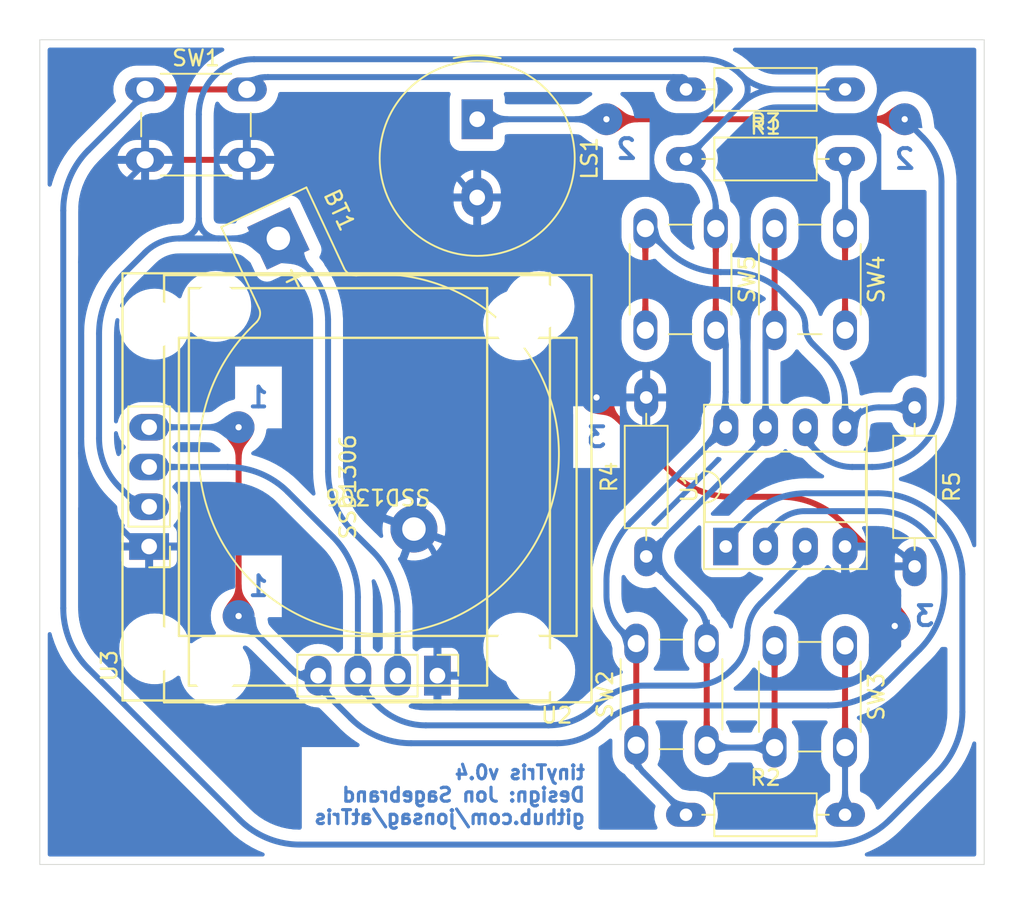
<source format=kicad_pcb>
(kicad_pcb (version 20211014) (generator pcbnew)
  (layers (0 "F.Cu" signal) (31 "B.Cu" signal) (34 "B.Paste" user) (35 "F.Paste" user) (36 "B.SilkS" user "B.Silkscreen") (37 "F.SilkS" user "F.Silkscreen") (38 "B.Mask" user) (39 "F.Mask" user) (44 "Edge.Cuts" user))
  (net 0 "")
  (net 1 "Net-(BT1-Pad1)")
  (net 2 "GND")
  (net 3 "Net-(LS1-Pad1)")
  (net 4 "Net-(R1-Pad2)")
  (net 5 "Net-(R2-Pad2)")
  (net 6 "Net-(R3-Pad2)")
  (net 7 "Net-(R4-Pad1)")
  (net 8 "Net-(R5-Pad1)")
  (net 9 "Net-(U1-Pad2)")
  (net 10 "Net-(U1-Pad3)")
  (footprint "Battery:BatteryHolder_Keystone_103_1x20mm" (layer "F.Cu") (at 86.011037 80.645 -65)
    (fp_text reference "BT1")
    (fp_text value "3V")
  )
  (footprint "My_Misc:Buzzer_TDK_PS1240P02BT_D12.2mm_H6.5mm_large" (layer "F.Cu") (at 98.711037 73.025 -90)
    (fp_text reference "LS1")
    (fp_text value "Piezo sound")
  )
  (footprint "My_Misc:R_Axial_DIN0207_L6.3mm_D2.5mm_P10.16mm_Horizontal_larger_pads" (layer "F.Cu") (at 122.206037 71.12 180)
    (fp_text reference "R1")
    (fp_text value "10k" hide)
  )
  (footprint "My_Misc:R_Axial_DIN0207_L6.3mm_D2.5mm_P10.16mm_Horizontal_larger_pads" (layer "F.Cu") (at 112.046037 117.475)
    (fp_text reference "R2")
    (fp_text value "2k2" hide)
  )
  (footprint "My_Misc:R_Axial_DIN0207_L6.3mm_D2.5mm_P10.16mm_Horizontal_larger_pads" (layer "F.Cu") (at 112.046037 75.565)
    (fp_text reference "R3")
    (fp_text value "1k" hide)
  )
  (footprint "My_Misc:R_Axial_DIN0207_L6.3mm_D2.5mm_P10.16mm_Horizontal_larger_pads" (layer "F.Cu") (at 109.506037 100.965 90)
    (fp_text reference "R4")
    (fp_text value "10k" hide)
  )
  (footprint "My_Misc:R_Axial_DIN0207_L6.3mm_D2.5mm_P10.16mm_Horizontal_larger_pads" (layer "F.Cu") (at 126.651037 91.44 -90)
    (fp_text reference "R5")
    (fp_text value "10k" hide)
  )
  (footprint "My_Misc:SW_PUSH_6mm_large" (layer "F.Cu") (at 77.498537 71.12)
    (fp_text reference "SW1")
    (fp_text value "Reset")
  )
  (footprint "My_Misc:SW_PUSH_6mm_large" (layer "F.Cu") (at 108.871037 113.03 90)
    (fp_text reference "SW2")
    (fp_text value "Rotate")
  )
  (footprint "My_Misc:SW_PUSH_6mm_large" (layer "F.Cu") (at 122.206037 106.68 -90)
    (fp_text reference "SW3")
    (fp_text value "Left")
  )
  (footprint "My_Misc:SW_PUSH_6mm_large" (layer "F.Cu") (at 122.206037 80.01 -90)
    (fp_text reference "SW4")
    (fp_text value "Right")
  )
  (footprint "My_Misc:SW_PUSH_6mm_large" (layer "F.Cu") (at 113.951037 80.01 -90)
    (fp_text reference "SW5")
    (fp_text value "Drop")
  )
  (footprint "My_Parts:SSD1306_I2C_0.96_OLED_display_no_display_large" (layer "F.Cu") (at 96.171037 108.585 180)
    (fp_text reference "U2")
    (fp_text value "SSD1306_I2C_display" hide)
  )
  (footprint "My_Parts:SSD1306_I2C_0.96_OLED_display_large" (layer "F.Cu") (at 77.756037 100.33 90)
    (fp_text reference "U3")
    (fp_text value "SSD1306_I2C_display")
  )
  (footprint "My_Misc:DIP-8_W7.62mm_Socket_w_dip_packet_LongPads" (layer "F.Cu") (at 114.586037 100.33 90)
    (fp_text reference "U1")
    (fp_text value "ATtiny85-20P" hide)
  )
  (gr_line (start 131.096037 120.65) (end 70.771037 120.65) (layer "Edge.Cuts") (width 0.05))
  (gr_line (start 70.771037 67.945) (end 131.096037 67.945) (layer "Edge.Cuts") (width 0.05))
  (gr_line (start 131.096037 67.945) (end 131.096037 120.65) (layer "Edge.Cuts") (width 0.05))
  (gr_line (start 70.771037 120.65) (end 70.771037 67.945) (layer "Edge.Cuts") (width 0.05))
  (gr_text "1" (at 84.741037 90.805) (layer "B.Cu") (effects (font (size 1.27 1.27) (thickness 0.254)) (justify mirror)))
  (gr_text "1" (at 84.741037 102.87) (layer "B.Cu") (effects (font (size 1.27 1.27) (thickness 0.254)) (justify mirror)))
  (gr_text "2" (at 108.236037 74.93) (layer "B.Cu") (effects (font (size 1.27 1.27) (thickness 0.254)) (justify mirror)))
  (gr_text "tinyTris v0.4\nDesign: Jon Sagebrand\ngithub.com/jonsag/atTris" (at 105.696037 116.205) (layer "B.Cu") (effects (font (size 0.889 0.889) (thickness 0.2032)) (justify left mirror)))
  (gr_text "2" (at 126.016037 75.565) (layer "B.Cu") (effects (font (size 1.27 1.27) (thickness 0.254)) (justify mirror)))
  (gr_text "3" (at 106.331037 93.345) (layer "B.Cu") (effects (font (size 1.27 1.27) (thickness 0.254)) (justify mirror)))
  (gr_text "3" (at 127.286037 104.775) (layer "B.Cu") (effects (font (size 1.27 1.27) (thickness 0.254)) (justify mirror)))
  (segment (start 108.871037 113.03) (end 108.871037 106.045) (width 0.381) (layer "F.Cu") (net 1))
  (segment (start 113.951037 86.51) (end 113.951037 80.01) (width 0.381) (layer "F.Cu") (net 1))
  (segment (start 112.992244 94.303792) (end 108.537581 98.758455) (width 0.381) (layer "B.Cu") (net 1))
  (segment (start 74.557973 86.732027) (end 74.557973 93.414576) (width 0.381) (layer "B.Cu") (net 1))
  (segment (start 114.586037 90.456036) (end 114.586037 87.444012) (width 0.381) (layer "B.Cu") (net 1))
  (segment (start 108.871037 113.665) (end 108.871037 113.03) (width 0.381) (layer "B.Cu") (net 1))
  (segment (start 89.186037 95.536036) (end 89.186037 85.819998) (width 0.381) (layer "B.Cu") (net 1))
  (segment (start 113.951037 78.74) (end 113.951037 80.01) (width 0.381) (layer "B.Cu") (net 1))
  (segment (start 93.631037 104.488963) (end 93.631037 108.585) (width 0.381) (layer "B.Cu") (net 1))
  (segment (start 82.201037 80.645) (end 83.765972 80.645) (width 0.381) (layer "B.Cu") (net 1))
  (segment (start 82.201037 80.645) (end 79.661037 80.645) (width 0.381) (layer "B.Cu") (net 1))
  (segment (start 90.779829 99.383792) (end 92.037244 100.641207) (width 0.381) (layer "B.Cu") (net 1))
  (segment (start 109.320049 114.749012) (end 112.046037 117.475) (width 0.381) (layer "B.Cu") (net 1))
  (segment (start 75.839505 96.508468) (end 77.121037 97.79) (width 0.381) (layer "B.Cu") (net 1))
  (segment (start 113.195706 69.18964) (end 84.456538 69.18964) (width 0.381) (layer "B.Cu") (net 1))
  (segment (start 115.525857 72.08518) (end 112.998537 74.6125) (width 0.381) (layer "B.Cu") (net 1))
  (segment (start 113.053011 76.571974) (end 112.998537 76.5175) (width 0.381) (layer "B.Cu") (net 1))
  (segment (start 106.966037 103.427961) (end 106.966037 102.5525) (width 0.381) (layer "B.Cu") (net 1))
  (segment (start 76.151765 82.88427) (end 77.493011 81.543025) (width 0.381) (layer "B.Cu") (net 1))
  (segment (start 80.931037 72.715141) (end 80.931037 79.375) (width 0.381) (layer "B.Cu") (net 1))
  (segment (start 117.856007 71.12) (end 122.206037 71.12) (width 0.381) (layer "B.Cu") (net 1))
  (segment (start 114.268537 86.6775) (end 113.951037 86.36) (width 0.381) (layer "B.Cu") (net 1))
  (segment (start 107.918537 105.7275) (end 108.871037 106.68) (width 0.381) (layer "B.Cu") (net 1))
  (arc (start 89.186037 95.536036) (mid 89.60025 97.618426) (end 90.779829 99.383792) (width 0.381) (layer "B.Cu") (net 1))
  (arc (start 84.456538 69.18964) (mid 83.107387 69.458002) (end 81.963632 70.222235) (width 0.381) (layer "B.Cu") (net 1))
  (arc (start 79.661037 80.645) (mid 78.487709 80.878389) (end 77.493011 81.543025) (width 0.381) (layer "B.Cu") (net 1))
  (arc (start 117.856007 71.12) (mid 116.594939 71.370842) (end 115.525857 72.08518) (width 0.381) (layer "B.Cu") (net 1))
  (arc (start 115.525857 70.15482) (mid 114.456774 69.440482) (end 113.195706 69.18964) (width 0.381) (layer "B.Cu") (net 1))
  (arc (start 113.053011 76.571974) (mid 113.717647 77.566672) (end 113.951037 78.74) (width 0.381) (layer "B.Cu") (net 1))
  (arc (start 87.598537 82.2325) (mid 88.773459 83.927204) (end 89.186037 85.819998) (width 0.381) (layer "B.Cu") (net 1))
  (arc (start 106.966037 103.427961) (mid 107.213583 104.672462) (end 107.918537 105.7275) (width 0.381) (layer "B.Cu") (net 1))
  (arc (start 114.586037 90.456036) (mid 114.171823 92.538426) (end 112.992244 94.303792) (width 0.381) (layer "B.Cu") (net 1))
  (arc (start 74.557973 93.414576) (mid 74.891032 95.088978) (end 75.839505 96.508468) (width 0.381) (layer "B.Cu") (net 1))
  (arc (start 80.931037 79.375) (mid 81.303011 80.273025) (end 82.201037 80.645) (width 0.381) (layer "B.Cu") (net 1))
  (arc (start 115.525857 72.08518) (mid 115.989352 71.12) (end 115.525857 70.15482) (width 0.381) (layer "B.Cu") (net 1))
  (arc (start 114.268537 86.6775) (mid 114.503521 87.029178) (end 114.586037 87.444012) (width 0.381) (layer "B.Cu") (net 1))
  (arc (start 76.151765 82.88427) (mid 74.972186 84.649636) (end 74.557973 86.732027) (width 0.381) (layer "B.Cu") (net 1))
  (arc (start 79.661037 80.645) (mid 80.559062 80.273025) (end 80.931037 79.375) (width 0.381) (layer "B.Cu") (net 1))
  (arc (start 92.037244 100.641207) (mid 93.216823 102.406572) (end 93.631037 104.488963) (width 0.381) (layer "B.Cu") (net 1))
  (arc (start 115.525857 70.15482) (mid 116.594939 70.869157) (end 117.856007 71.12) (width 0.381) (layer "B.Cu") (net 1))
  (arc (start 87.598537 82.2325) (mid 85.840141 81.057577) (end 83.765972 80.645) (width 0.381) (layer "B.Cu") (net 1))
  (arc (start 108.537581 98.758455) (mid 107.374467 100.499177) (end 106.966037 102.5525) (width 0.381) (layer "B.Cu") (net 1))
  (arc (start 81.963632 70.222235) (mid 81.199399 71.36599) (end 80.931037 72.715141) (width 0.381) (layer "B.Cu") (net 1))
  (arc (start 108.871037 113.665) (mid 108.987731 114.251663) (end 109.320049 114.749012) (width 0.381) (layer "B.Cu") (net 1))
  (arc (start 112.998537 74.6125) (mid 112.603998 75.565) (end 112.998537 76.5175) (width 0.381) (layer "B.Cu") (net 1))
  (segment (start 83.428476 75.62) (end 77.498537 75.62) (width 0.381) (layer "F.Cu") (net 2))
  (segment (start 124.233042 101.014987) (end 121.966847 98.748792) (width 0.381) (layer "F.Cu") (net 2))
  (segment (start 125.381037 103.786491) (end 125.381037 105.41) (width 0.381) (layer "F.Cu") (net 2))
  (segment (start 114.935 97.155) (end 118.119091 97.155) (width 0.381) (layer "F.Cu") (net 2))
  (segment (start 106.331037 90.805) (end 111.087244 95.561207) (width 0.381) (layer "F.Cu") (net 2))
  (segment (start 83.778537 75.765) (end 83.923537 75.91) (width 0.381) (layer "F.Cu") (net 2))
  (via (at 125.381037 105.41) (size 2.032) (drill 0.4) (layers "F.Cu" "B.Cu") (net 2))
  (via (at 106.331037 90.805) (size 2.032) (drill 0.4) (layers "F.Cu" "B.Cu") (net 2))
  (arc (start 83.778537 75.765) (mid 83.617927 75.657684) (end 83.428476 75.62) (width 0.381) (layer "F.Cu") (net 2))
  (arc (start 111.087244 95.561207) (mid 112.852609 96.740786) (end 114.935 97.155) (width 0.381) (layer "F.Cu") (net 2))
  (arc (start 124.233042 101.014987) (mid 125.082682 102.286564) (end 125.381037 103.786491) (width 0.381) (layer "F.Cu") (net 2))
  (arc (start 121.966847 98.748792) (mid 120.201481 97.569213) (end 118.119091 97.155) (width 0.381) (layer "F.Cu") (net 2))
  (segment (start 73.414973 94.369972) (end 73.414973 82.160027) (width 0.381) (layer "B.Cu") (net 2))
  (segment (start 106.331037 90.805) (end 109.506037 90.805) (width 0.381) (layer "B.Cu") (net 2))
  (segment (start 123.158537 100.33) (end 124.483011 100.33) (width 0.381) (layer "B.Cu") (net 2))
  (segment (start 96.171037 101.776849) (end 96.171037 108.585) (width 0.381) (layer "B.Cu") (net 2))
  (segment (start 96.215405 93.300631) (end 97.117244 92.398792) (width 0.381) (layer "B.Cu") (net 2))
  (segment (start 126.016037 100.965) (end 126.651037 101.6) (width 0.381) (layer "B.Cu") (net 2))
  (segment (start 94.670485 98.154196) (end 94.670485 97.030399) (width 0.381) (layer "B.Cu") (net 2))
  (segment (start 76.89653 100.105493) (end 75.008765 98.217728) (width 0.381) (layer "B.Cu") (net 2))
  (segment (start 106.331037 90.805) (end 100.965 90.805) (width 0.381) (layer "B.Cu") (net 2))
  (segment (start 94.511554 75.565) (end 83.471037 75.565) (width 0.381) (layer "B.Cu") (net 2))
  (segment (start 125.381037 105.41) (end 122.879556 102.908519) (width 0.381) (layer "B.Cu") (net 2))
  (segment (start 77.438537 100.33) (end 77.756037 100.33) (width 0.381) (layer "B.Cu") (net 2))
  (segment (start 98.711037 79.764482) (end 98.711037 88.805001) (width 0.381) (layer "B.Cu") (net 2))
  (segment (start 75.008765 78.312271) (end 77.756037 75.565) (width 0.381) (layer "B.Cu") (net 2))
  (arc (start 76.89653 100.105493) (mid 77.145205 100.271652) (end 77.438537 100.33) (width 0.381) (layer "B.Cu") (net 2))
  (arc (start 122.206037 101.2825) (mid 122.381078 102.162495) (end 122.879556 102.908519) (width 0.381) (layer "B.Cu") (net 2))
  (arc (start 94.670485 98.154196) (mid 94.865475 99.134479) (end 95.420761 99.965523) (width 0.381) (layer "B.Cu") (net 2))
  (arc (start 96.215405 93.300631) (mid 95.071996 95.011863) (end 94.670485 97.030399) (width 0.381) (layer "B.Cu") (net 2))
  (arc (start 73.414973 94.369972) (mid 73.829186 96.452362) (end 75.008765 98.217728) (width 0.381) (layer "B.Cu") (net 2))
  (arc (start 100.965 90.805) (mid 98.882609 91.219213) (end 97.117244 92.398792) (width 0.381) (layer "B.Cu") (net 2))
  (arc (start 95.420761 99.965523) (mid 95.976046 100.796566) (end 96.171037 101.776849) (width 0.381) (layer "B.Cu") (net 2))
  (arc (start 97.481037 76.795) (mid 98.39137 78.15741) (end 98.711037 79.764482) (width 0.381) (layer "B.Cu") (net 2))
  (arc (start 126.016037 100.965) (mid 125.312678 100.495031) (end 124.483011 100.33) (width 0.381) (layer "B.Cu") (net 2))
  (arc (start 98.711037 88.805001) (mid 99.371207 90.219213) (end 100.965 90.805) (width 0.381) (layer "B.Cu") (net 2))
  (arc (start 97.117244 92.398792) (mid 98.296823 90.69943) (end 98.711037 88.805001) (width 0.381) (layer "B.Cu") (net 2))
  (arc (start 123.158537 100.33) (mid 122.485017 100.60898) (end 122.206037 101.2825) (width 0.381) (layer "B.Cu") (net 2))
  (arc (start 75.008765 78.312271) (mid 73.829186 80.077636) (end 73.414973 82.160027) (width 0.381) (layer "B.Cu") (net 2))
  (arc (start 97.481037 76.795) (mid 96.118626 75.884666) (end 94.511554 75.565) (width 0.381) (layer "B.Cu") (net 2))
  (segment (start 106.966037 73.025) (end 126.016037 73.025) (width 0.381) (layer "F.Cu") (net 3))
  (via (at 126.016037 73.025) (size 2.032) (drill 0.4) (layers "F.Cu" "B.Cu") (net 3))
  (via (at 106.966037 73.025) (size 2.032) (drill 0.4) (layers "F.Cu" "B.Cu") (net 3))
  (segment (start 119.666037 93.1005) (end 119.666037 92.71) (width 0.381) (layer "B.Cu") (net 3))
  (segment (start 122.668837 95.25) (end 123.941004 95.25) (width 0.381) (layer "B.Cu") (net 3))
  (segment (start 106.966037 73.025) (end 98.711037 73.025) (width 0.381) (layer "B.Cu") (net 3))
  (segment (start 128.365537 77.035847) (end 128.365537 90.825467) (width 0.381) (layer "B.Cu") (net 3))
  (segment (start 119.942162 93.767125) (end 120.545537 94.3705) (width 0.381) (layer "B.Cu") (net 3))
  (segment (start 127.190787 74.19975) (end 126.016037 73.025) (width 0.381) (layer "B.Cu") (net 3))
  (arc (start 119.666037 93.1005) (mid 119.737799 93.461274) (end 119.942162 93.767125) (width 0.381) (layer "B.Cu") (net 3))
  (arc (start 128.365537 90.825467) (mid 128.028739 92.518662) (end 127.069621 93.954084) (width 0.381) (layer "B.Cu") (net 3))
  (arc (start 127.190787 74.19975) (mid 128.060229 75.500962) (end 128.365537 77.035847) (width 0.381) (layer "B.Cu") (net 3))
  (arc (start 127.069621 93.954084) (mid 125.634199 94.913202) (end 123.941004 95.25) (width 0.381) (layer "B.Cu") (net 3))
  (arc (start 120.545537 94.3705) (mid 121.519715 95.021425) (end 122.668837 95.25) (width 0.381) (layer "B.Cu") (net 3))
  (segment (start 83.751037 71.2925) (end 83.923537 71.465) (width 0.381) (layer "F.Cu") (net 4))
  (segment (start 83.334585 71.12) (end 77.498537 71.12) (width 0.381) (layer "F.Cu") (net 4))
  (arc (start 83.751037 71.2925) (mid 83.559967 71.164831) (end 83.334585 71.12) (width 0.381) (layer "F.Cu") (net 4))
  (segment (start 129.699037 110.903036) (end 129.699037 102.098883) (width 0.381) (layer "B.Cu") (net 4))
  (segment (start 112.046037 70.592734) (end 112.046037 71.12) (width 0.381) (layer "B.Cu") (net 4))
  (segment (start 83.533679 117.786207) (end 73.865765 108.118293) (width 0.381) (layer "B.Cu") (net 4))
  (segment (start 121.222073 119.38) (end 87.381435 119.38) (width 0.381) (layer "B.Cu") (net 4))
  (segment (start 85.342644 70.33264) (end 111.785942 70.33264) (width 0.381) (layer "B.Cu") (net 4))
  (segment (start 124.286835 96.928491) (end 119.709933 96.928491) (width 0.381) (layer "B.Cu") (net 4))
  (segment (start 73.865765 75.010271) (end 77.756037 71.12) (width 0.381) (layer "B.Cu") (net 4))
  (segment (start 128.105244 114.750792) (end 125.069829 117.786207) (width 0.381) (layer "B.Cu") (net 4))
  (segment (start 84.392217 70.72632) (end 83.998537 71.12) (width 0.381) (layer "B.Cu") (net 4))
  (segment (start 114.727458 99.788578) (end 116.086791 98.429245) (width 0.381) (layer "B.Cu") (net 4))
  (segment (start 72.271973 78.858027) (end 72.271973 104.270537) (width 0.381) (layer "B.Cu") (net 4))
  (segment (start 114.586037 100.13) (end 114.586037 100.33) (width 0.381) (layer "B.Cu") (net 4))
  (arc (start 128.11384 98.513688) (mid 129.287057 100.206688) (end 129.699037 102.098883) (width 0.381) (layer "B.Cu") (net 4))
  (arc (start 125.069829 117.786207) (mid 123.304463 118.965786) (end 121.222073 119.38) (width 0.381) (layer "B.Cu") (net 4))
  (arc (start 129.699037 110.903036) (mid 129.284823 112.985426) (end 128.105244 114.750792) (width 0.381) (layer "B.Cu") (net 4))
  (arc (start 111.969857 70.40882) (mid 111.885476 70.352438) (end 111.785942 70.33264) (width 0.381) (layer "B.Cu") (net 4))
  (arc (start 83.533679 117.786207) (mid 85.299044 118.965786) (end 87.381435 119.38) (width 0.381) (layer "B.Cu") (net 4))
  (arc (start 73.865765 75.010271) (mid 72.686186 76.775636) (end 72.271973 78.858027) (width 0.381) (layer "B.Cu") (net 4))
  (arc (start 72.271973 104.270537) (mid 72.686186 106.352927) (end 73.865765 108.118293) (width 0.381) (layer "B.Cu") (net 4))
  (arc (start 111.969857 70.40882) (mid 112.026238 70.4932) (end 112.046037 70.592734) (width 0.381) (layer "B.Cu") (net 4))
  (arc (start 114.727458 99.788578) (mid 114.622791 99.945223) (end 114.586037 100.13) (width 0.381) (layer "B.Cu") (net 4))
  (arc (start 119.709933 96.928491) (mid 117.749102 97.318524) (end 116.086791 98.429245) (width 0.381) (layer "B.Cu") (net 4))
  (arc (start 85.342644 70.33264) (mid 84.828276 70.434954) (end 84.392217 70.72632) (width 0.381) (layer "B.Cu") (net 4))
  (arc (start 128.11384 98.513688) (mid 126.357995 97.34047) (end 124.286835 96.928491) (width 0.381) (layer "B.Cu") (net 4))
  (segment (start 122.206037 106.68) (end 122.206037 113.03) (width 0.381) (layer "F.Cu") (net 5))
  (segment (start 122.206037 117.475) (end 122.206037 113.03) (width 0.381) (layer "B.Cu") (net 5))
  (segment (start 122.206037 80.01) (end 122.206037 86.36) (width 0.381) (layer "F.Cu") (net 6))
  (segment (start 122.206037 80.01) (end 122.206037 75.565) (width 0.381) (layer "B.Cu") (net 6))
  (segment (start 117.706037 79.46889) (end 117.706037 86.51) (width 0.381) (layer "F.Cu") (net 7))
  (segment (start 113.343537 113.0025) (end 113.316037 113.03) (width 0.381) (layer "F.Cu") (net 7))
  (segment (start 113.371037 112.936109) (end 113.371037 106.53) (width 0.381) (layer "F.Cu") (net 7))
  (segment (start 117.733537 106.7075) (end 117.761037 106.68) (width 0.381) (layer "F.Cu") (net 7))
  (segment (start 117.706037 106.77389) (end 117.706037 113.18) (width 0.381) (layer "F.Cu") (net 7))
  (segment (start 117.733537 79.4025) (end 117.761037 79.375) (width 0.381) (layer "F.Cu") (net 7))
  (arc (start 117.733537 106.7075) (mid 117.713184 106.73796) (end 117.706037 106.77389) (width 0.381) (layer "F.Cu") (net 7))
  (arc (start 113.371037 112.936109) (mid 113.363889 112.972039) (end 113.343537 113.0025) (width 0.381) (layer "F.Cu") (net 7))
  (arc (start 117.733537 79.4025) (mid 117.713184 79.43296) (end 117.706037 79.46889) (width 0.381) (layer "F.Cu") (net 7))
  (segment (start 110.920249 102.379212) (end 112.769996 104.228959) (width 0.381) (layer "B.Cu") (net 7))
  (segment (start 117.126037 92.3925) (end 117.126037 87.444012) (width 0.381) (layer "B.Cu") (net 7))
  (segment (start 117.126037 92.3925) (end 117.126037 93.0275) (width 0.381) (layer "B.Cu") (net 7))
  (segment (start 117.443537 86.6775) (end 117.761037 86.36) (width 0.381) (layer "B.Cu") (net 7))
  (segment (start 113.572103 113.18) (end 117.706037 113.18) (width 0.381) (layer "B.Cu") (net 7))
  (segment (start 113.391037 113.105) (end 113.316037 113.03) (width 0.381) (layer "B.Cu") (net 7))
  (segment (start 116.90153 93.569506) (end 110.920249 99.550787) (width 0.381) (layer "B.Cu") (net 7))
  (segment (start 113.371037 105.68) (end 113.371037 106.53) (width 0.381) (layer "B.Cu") (net 7))
  (arc (start 117.443537 86.6775) (mid 117.208552 87.029178) (end 117.126037 87.444012) (width 0.381) (layer "B.Cu") (net 7))
  (arc (start 117.126037 93.0275) (mid 117.067689 93.320831) (end 116.90153 93.569506) (width 0.381) (layer "B.Cu") (net 7))
  (arc (start 113.391037 113.105) (mid 113.47411 113.160508) (end 113.572103 113.18) (width 0.381) (layer "B.Cu") (net 7))
  (arc (start 112.769996 104.228959) (mid 113.214831 104.894702) (end 113.371037 105.68) (width 0.381) (layer "B.Cu") (net 7))
  (arc (start 110.920249 99.550787) (mid 110.334463 100.964999) (end 110.920249 102.379212) (width 0.381) (layer "B.Cu") (net 7))
  (segment (start 109.478537 80.0375) (end 109.506037 80.01) (width 0.381) (layer "F.Cu") (net 8))
  (segment (start 109.451037 80.10389) (end 109.451037 86.51) (width 0.381) (layer "F.Cu") (net 8))
  (arc (start 109.478537 80.0375) (mid 109.458184 80.06796) (end 109.451037 80.10389) (width 0.381) (layer "F.Cu") (net 8))
  (segment (start 121.050861 88.287493) (end 120.148756 87.385388) (width 0.381) (layer "B.Cu") (net 8))
  (segment (start 110.897927 81.40189) (end 109.506037 80.01) (width 0.381) (layer "B.Cu") (net 8))
  (segment (start 118.294262 84.165556) (end 119.183317 85.054611) (width 0.381) (layer "B.Cu") (net 8))
  (segment (start 124.374062 91.44) (end 126.651037 91.44) (width 0.381) (layer "B.Cu") (net 8))
  (segment (start 122.206037 91.811974) (end 122.206037 91.076334) (width 0.381) (layer "B.Cu") (net 8))
  (segment (start 114.982504 82.793781) (end 114.258248 82.793781) (width 0.381) (layer "B.Cu") (net 8))
  (arc (start 119.183317 85.054611) (mid 119.540582 85.589296) (end 119.666037 86.22) (width 0.381) (layer "B.Cu") (net 8))
  (arc (start 119.666037 86.22) (mid 119.791491 86.850703) (end 120.148756 87.385388) (width 0.381) (layer "B.Cu") (net 8))
  (arc (start 121.050861 88.287493) (mid 121.905816 89.567024) (end 122.206037 91.076334) (width 0.381) (layer "B.Cu") (net 8))
  (arc (start 122.206037 91.811974) (mid 122.435662 92.155633) (end 122.841037 92.075) (width 0.381) (layer "B.Cu") (net 8))
  (arc (start 118.294262 84.165556) (mid 116.774814 83.150293) (end 114.982504 82.793781) (width 0.381) (layer "B.Cu") (net 8))
  (arc (start 124.374062 91.44) (mid 123.544394 91.605031) (end 122.841037 92.075) (width 0.381) (layer "B.Cu") (net 8))
  (arc (start 110.897927 81.40189) (mid 112.439655 82.43204) (end 114.258248 82.793781) (width 0.381) (layer "B.Cu") (net 8))
  (segment (start 83.471037 104.775) (end 83.471037 92.71) (width 0.381) (layer "F.Cu") (net 9))
  (via (at 83.471037 92.71) (size 2.032) (drill 0.4) (layers "F.Cu" "B.Cu") (net 9))
  (via (at 83.471037 104.775) (size 2.032) (drill 0.4) (layers "F.Cu" "B.Cu") (net 9))
  (segment (start 83.471037 92.71) (end 77.756037 92.71) (width 0.381) (layer "B.Cu") (net 9))
  (segment (start 128.556037 102.340691) (end 128.556037 103.063705) (width 0.381) (layer "B.Cu") (net 9))
  (segment (start 83.471037 104.775) (end 86.832024 108.135987) (width 0.381) (layer "B.Cu") (net 9))
  (segment (start 126.962244 106.911461) (end 124.977498 108.896207) (width 0.381) (layer "B.Cu") (net 9))
  (segment (start 117.864791 98.810245) (end 117.402162 99.272874) (width 0.381) (layer "B.Cu") (net 9))
  (segment (start 94.488 112.903) (end 103.828234 112.903) (width 0.381) (layer "B.Cu") (net 9))
  (segment (start 121.129742 110.49) (end 109.653731 110.49) (width 0.381) (layer "B.Cu") (net 9))
  (segment (start 124.286836 98.071491) (end 119.648302 98.071491) (width 0.381) (layer "B.Cu") (net 9))
  (segment (start 87.916037 108.585) (end 88.233537 108.585) (width 0.381) (layer "B.Cu") (net 9))
  (segment (start 117.126037 99.9395) (end 117.126037 100.33) (width 0.381) (layer "B.Cu") (net 9))
  (segment (start 90.640244 111.309207) (end 88.775543 109.444506) (width 0.381) (layer "B.Cu") (net 9))
  (arc (start 127.305617 99.321911) (mid 125.920588 98.396464) (end 124.286836 98.071491) (width 0.381) (layer "B.Cu") (net 9))
  (arc (start 90.640244 111.309207) (mid 92.405609 112.488786) (end 94.488 112.903) (width 0.381) (layer "B.Cu") (net 9))
  (arc (start 109.653731 110.49) (mid 108.077363 110.803559) (end 106.740983 111.6965) (width 0.381) (layer "B.Cu") (net 9))
  (arc (start 88.551037 108.9025) (mid 88.609384 109.195831) (end 88.775543 109.444506) (width 0.381) (layer "B.Cu") (net 9))
  (arc (start 88.551037 108.9025) (mid 88.458043 108.677993) (end 88.233537 108.585) (width 0.381) (layer "B.Cu") (net 9))
  (arc (start 128.556037 103.063705) (mid 128.141823 105.146095) (end 126.962244 106.911461) (width 0.381) (layer "B.Cu") (net 9))
  (arc (start 127.305617 99.321911) (mid 128.231063 100.706939) (end 128.556037 102.340691) (width 0.381) (layer "B.Cu") (net 9))
  (arc (start 117.402162 99.272874) (mid 117.197799 99.578724) (end 117.126037 99.9395) (width 0.381) (layer "B.Cu") (net 9))
  (arc (start 106.740983 111.6965) (mid 105.404602 112.58944) (end 103.828234 112.903) (width 0.381) (layer "B.Cu") (net 9))
  (arc (start 119.648302 98.071491) (mid 118.683073 98.263486) (end 117.864791 98.810245) (width 0.381) (layer "B.Cu") (net 9))
  (arc (start 86.832024 108.135987) (mid 87.329373 108.468305) (end 87.916037 108.585) (width 0.381) (layer "B.Cu") (net 9))
  (arc (start 124.977498 108.896207) (mid 123.212132 110.075786) (end 121.129742 110.49) (width 0.381) (layer "B.Cu") (net 9))
  (segment (start 116.808584 103.968452) (end 119.389911 101.387125) (width 0.381) (layer "B.Cu") (net 10))
  (segment (start 95.427088 111.76) (end 103.264985 111.76) (width 0.381) (layer "B.Cu") (net 10))
  (segment (start 115.11577 108.055265) (end 114.956607 108.214429) (width 0.381) (layer "B.Cu") (net 10))
  (segment (start 82.775627 95.25) (end 77.756037 95.25) (width 0.381) (layer "B.Cu") (net 10))
  (segment (start 119.666037 100.7205) (end 119.666037 100.33) (width 0.381) (layer "B.Cu") (net 10))
  (segment (start 92.361037 110.49) (end 91.091037 109.22) (width 0.381) (layer "B.Cu") (net 10))
  (segment (start 89.497244 99.717653) (end 86.623383 96.843792) (width 0.381) (layer "B.Cu") (net 10))
  (segment (start 112.528945 109.22) (end 109.397088 109.22) (width 0.381) (layer "B.Cu") (net 10))
  (segment (start 91.091037 103.565409) (end 91.091037 108.585) (width 0.381) (layer "B.Cu") (net 10))
  (arc (start 109.397088 109.22) (mid 107.737753 109.550062) (end 106.331037 110.49) (width 0.381) (layer "B.Cu") (net 10))
  (arc (start 114.956607 108.214429) (mid 113.842786 108.95866) (end 112.528945 109.22) (width 0.381) (layer "B.Cu") (net 10))
  (arc (start 116.808584 103.968452) (mid 116.182151 104.905975) (end 115.962178 106.011859) (width 0.381) (layer "B.Cu") (net 10))
  (arc (start 86.623383 96.843792) (mid 84.858017 95.664213) (end 82.775627 95.25) (width 0.381) (layer "B.Cu") (net 10))
  (arc (start 119.666037 100.7205) (mid 119.594274 101.081274) (end 119.389911 101.387125) (width 0.381) (layer "B.Cu") (net 10))
  (arc (start 115.962178 106.011859) (mid 115.742203 107.117742) (end 115.11577 108.055265) (width 0.381) (layer "B.Cu") (net 10))
  (arc (start 92.361037 110.49) (mid 93.767753 111.429937) (end 95.427088 111.76) (width 0.381) (layer "B.Cu") (net 10))
  (arc (start 89.497244 99.717653) (mid 90.676823 101.483018) (end 91.091037 103.565409) (width 0.381) (layer "B.Cu") (net 10))
  (arc (start 106.331037 110.49) (mid 104.92432 111.429937) (end 103.264985 111.76) (width 0.381) (layer "B.Cu") (net 10))
  (zone (net 8) (net_name "Net-(R5-Pad1)") (layer "F.Cu") (priority 16962) (connect_pads yes (clearance 0)) (min_thickness 0.0254) (fill yes (thermal_gap 0.508) (thermal_bridge_width 0.508))
    (polygon (pts (xy 109.641537 81.537) (xy 109.648808 81.36001) (xy 109.669594 81.21282) (xy 109.702346 81.089047) (xy 109.74552 80.982307) (xy 109.797569 80.886219) (xy 109.856948 80.794399) (xy 109.92211 80.700464) (xy 109.991509 80.598033) (xy 110.0636 80.480721) (xy 110.136837 80.342148) (xy 109.451037 79.629) (xy 108.765237 80.342148) (xy 108.838473 80.480721) (xy 108.910564 80.598033) (xy 108.979963 80.700464) (xy 109.045125 80.794399) (xy 109.104504 80.886219) (xy 109.156553 80.982307) (xy 109.199727 81.089047) (xy 109.232479 81.21282) (xy 109.253265 81.36001) (xy 109.260537 81.537)))
  )
  (zone (net 3) (net_name "Net-(LS1-Pad1)") (layer "F.Cu") (priority 16962) (connect_pads yes (clearance 0)) (min_thickness 0.0254) (fill yes (thermal_gap 0.508) (thermal_bridge_width 0.508))
    (polygon (pts (xy 123.990037 73.2155) (xy 124.227323 73.226786) (xy 124.422968 73.258846) (xy 124.586006 73.308981) (xy 124.725472 73.374494) (xy 124.850399 73.452686) (xy 124.969823 73.54086) (xy 125.092778 73.636316) (xy 125.228298 73.736357) (xy 125.385418 73.838284) (xy 125.573173 73.9394) (xy 126.524037 73.025) (xy 125.573173 72.1106) (xy 125.385418 72.211715) (xy 125.228298 72.313642) (xy 125.092778 72.413683) (xy 124.969823 72.509139) (xy 124.850399 72.597313) (xy 124.725472 72.675505) (xy 124.586006 72.741018) (xy 124.422968 72.791153) (xy 124.227323 72.823213) (xy 123.990037 72.8345)))
  )
  (zone (net 4) (net_name "Net-(R1-Pad2)") (layer "F.Cu") (priority 16962) (connect_pads yes (clearance 0)) (min_thickness 0.0254) (fill yes (thermal_gap 0.508) (thermal_bridge_width 0.508))
    (polygon (pts (xy 82.466537 71.3105) (xy 82.644178 71.317748) (xy 82.79195 71.338473) (xy 82.916247 71.371144) (xy 83.023468 71.414232) (xy 83.120008 71.466205) (xy 83.212264 71.525534) (xy 83.306634 71.590688) (xy 83.409513 71.660137) (xy 83.527299 71.732351) (xy 83.666389 71.8058) (xy 84.379537 71.12) (xy 83.666389 70.4342) (xy 83.527299 70.507648) (xy 83.409513 70.579862) (xy 83.306634 70.649311) (xy 83.212264 70.714465) (xy 83.120008 70.773794) (xy 83.023468 70.825767) (xy 82.916247 70.868855) (xy 82.79195 70.901526) (xy 82.644178 70.922251) (xy 82.466537 70.9295)))
  )
  (zone (net 7) (net_name "Net-(R4-Pad1)") (layer "F.Cu") (priority 16962) (connect_pads yes (clearance 0)) (min_thickness 0.0254) (fill yes (thermal_gap 0.508) (thermal_bridge_width 0.508))
    (polygon (pts (xy 113.561537 108.052) (xy 113.568832 107.875663) (xy 113.589677 107.729054) (xy 113.622511 107.605805) (xy 113.665771 107.499546) (xy 113.717896 107.403909) (xy 113.777325 107.312526) (xy 113.842494 107.219027) (xy 113.911844 107.117043) (xy 113.983812 107.000206) (xy 114.056837 106.862148) (xy 113.371037 106.149) (xy 112.685237 106.862148) (xy 112.758261 107.000206) (xy 112.830229 107.117043) (xy 112.899579 107.219027) (xy 112.964748 107.312526) (xy 113.024177 107.403909) (xy 113.076302 107.499546) (xy 113.119562 107.605805) (xy 113.152396 107.729054) (xy 113.173241 107.875663) (xy 113.180537 108.052)))
  )
  (zone (net 9) (net_name "Net-(U1-Pad2)") (layer "F.Cu") (priority 16962) (connect_pads yes (clearance 0)) (min_thickness 0.0254) (fill yes (thermal_gap 0.508) (thermal_bridge_width 0.508))
    (polygon (pts (xy 83.661537 94.736) (xy 83.672823 94.498713) (xy 83.704883 94.303068) (xy 83.755018 94.14003) (xy 83.820531 94.000564) (xy 83.898723 93.875637) (xy 83.986897 93.756213) (xy 84.082353 93.633258) (xy 84.182394 93.497738) (xy 84.284321 93.340618) (xy 84.385437 93.152864) (xy 83.471037 92.202) (xy 82.556637 93.152864) (xy 82.657752 93.340618) (xy 82.759679 93.497738) (xy 82.85972 93.633258) (xy 82.955176 93.756213) (xy 83.04335 93.875637) (xy 83.121542 94.000564) (xy 83.187055 94.14003) (xy 83.23719 94.303068) (xy 83.26925 94.498713) (xy 83.280537 94.736)))
  )
  (zone (net 7) (net_name "Net-(R4-Pad1)") (layer "F.Cu") (priority 16962) (connect_pads yes (clearance 0)) (min_thickness 0.0254) (fill yes (thermal_gap 0.508) (thermal_bridge_width 0.508))
    (polygon (pts (xy 113.180537 111.503) (xy 113.173265 111.679989) (xy 113.152479 111.827179) (xy 113.119727 111.950952) (xy 113.076553 112.057692) (xy 113.024504 112.15378) (xy 112.965125 112.2456) (xy 112.899963 112.339535) (xy 112.830564 112.441966) (xy 112.758473 112.559278) (xy 112.685237 112.697852) (xy 113.371037 113.411) (xy 114.056837 112.697852) (xy 113.9836 112.559278) (xy 113.911509 112.441966) (xy 113.84211 112.339535) (xy 113.776948 112.2456) (xy 113.717569 112.15378) (xy 113.66552 112.057692) (xy 113.622346 111.950952) (xy 113.589594 111.827179) (xy 113.568808 111.679989) (xy 113.561537 111.503)))
  )
  (zone (net 6) (net_name "Net-(R3-Pad2)") (layer "F.Cu") (priority 16962) (connect_pads yes (clearance 0)) (min_thickness 0.0254) (fill yes (thermal_gap 0.508) (thermal_bridge_width 0.508))
    (polygon (pts (xy 122.015537 84.978) (xy 122.008288 85.155641) (xy 121.987563 85.303413) (xy 121.954892 85.42771) (xy 121.911804 85.534931) (xy 121.859831 85.631471) (xy 121.800502 85.723727) (xy 121.735348 85.818097) (xy 121.665899 85.920976) (xy 121.593685 86.038762) (xy 121.520237 86.177852) (xy 122.206037 86.891) (xy 122.891837 86.177852) (xy 122.818388 86.038762) (xy 122.746174 85.920976) (xy 122.676725 85.818097) (xy 122.611571 85.723727) (xy 122.552242 85.631471) (xy 122.500269 85.534931) (xy 122.457181 85.42771) (xy 122.42451 85.303413) (xy 122.403785 85.155641) (xy 122.396537 84.978)))
  )
  (zone (net 1) (net_name "Net-(BT1-Pad1)") (layer "F.Cu") (priority 16962) (connect_pads yes (clearance 0)) (min_thickness 0.0254) (fill yes (thermal_gap 0.508) (thermal_bridge_width 0.508))
    (polygon (pts (xy 108.680537 111.508) (xy 108.673241 111.684336) (xy 108.652396 111.830945) (xy 108.619562 111.954194) (xy 108.576302 112.060453) (xy 108.524177 112.15609) (xy 108.464748 112.247473) (xy 108.399579 112.340972) (xy 108.330229 112.442956) (xy 108.258261 112.559793) (xy 108.185237 112.697852) (xy 108.871037 113.411) (xy 109.556837 112.697852) (xy 109.483812 112.559793) (xy 109.411844 112.442956) (xy 109.342494 112.340972) (xy 109.277325 112.247473) (xy 109.217896 112.15609) (xy 109.165771 112.060453) (xy 109.122511 111.954194) (xy 109.089677 111.830945) (xy 109.068832 111.684336) (xy 109.061537 111.508)))
  )
  (zone (net 8) (net_name "Net-(R5-Pad1)") (layer "F.Cu") (priority 16962) (connect_pads yes (clearance 0)) (min_thickness 0.0254) (fill yes (thermal_gap 0.508) (thermal_bridge_width 0.508))
    (polygon (pts (xy 109.260537 84.988) (xy 109.253241 85.164336) (xy 109.232396 85.310945) (xy 109.199562 85.434194) (xy 109.156302 85.540453) (xy 109.104177 85.63609) (xy 109.044748 85.727473) (xy 108.979579 85.820972) (xy 108.910229 85.922956) (xy 108.838261 86.039793) (xy 108.765237 86.177852) (xy 109.451037 86.891) (xy 110.136837 86.177852) (xy 110.063812 86.039793) (xy 109.991844 85.922956) (xy 109.922494 85.820972) (xy 109.857325 85.727473) (xy 109.797896 85.63609) (xy 109.745771 85.540453) (xy 109.702511 85.434194) (xy 109.669677 85.310945) (xy 109.648832 85.164336) (xy 109.641537 84.988)))
  )
  (zone (net 4) (net_name "Net-(R1-Pad2)") (layer "F.Cu") (priority 16962) (connect_pads yes (clearance 0)) (min_thickness 0.0254) (fill yes (thermal_gap 0.508) (thermal_bridge_width 0.508))
    (polygon (pts (xy 79.020537 70.9295) (xy 78.8442 70.922204) (xy 78.697591 70.901359) (xy 78.574342 70.868525) (xy 78.468083 70.825265) (xy 78.372446 70.77314) (xy 78.281063 70.713711) (xy 78.187564 70.648542) (xy 78.08558 70.579192) (xy 77.968743 70.507224) (xy 77.830685 70.4342) (xy 77.117537 71.12) (xy 77.830685 71.8058) (xy 77.968743 71.732775) (xy 78.08558 71.660807) (xy 78.187564 71.591457) (xy 78.281063 71.526288) (xy 78.372446 71.466859) (xy 78.468083 71.414734) (xy 78.574342 71.371474) (xy 78.697591 71.33864) (xy 78.8442 71.317795) (xy 79.020537 71.3105)))
  )
  (zone (net 7) (net_name "Net-(R4-Pad1)") (layer "F.Cu") (priority 16962) (connect_pads yes (clearance 0)) (min_thickness 0.0254) (fill yes (thermal_gap 0.508) (thermal_bridge_width 0.508))
    (polygon (pts (xy 117.896537 108.207) (xy 117.903808 108.03001) (xy 117.924594 107.88282) (xy 117.957346 107.759047) (xy 118.00052 107.652307) (xy 118.052569 107.556219) (xy 118.111948 107.464399) (xy 118.17711 107.370464) (xy 118.246509 107.268033) (xy 118.3186 107.150721) (xy 118.391837 107.012148) (xy 117.706037 106.299) (xy 117.020237 107.012148) (xy 117.093473 107.150721) (xy 117.165564 107.268033) (xy 117.234963 107.370464) (xy 117.300125 107.464399) (xy 117.359504 107.556219) (xy 117.411553 107.652307) (xy 117.454727 107.759047) (xy 117.487479 107.88282) (xy 117.508265 108.03001) (xy 117.515537 108.207)))
  )
  (zone (net 3) (net_name "Net-(LS1-Pad1)") (layer "F.Cu") (priority 16962) (connect_pads yes (clearance 0)) (min_thickness 0.0254) (fill yes (thermal_gap 0.508) (thermal_bridge_width 0.508))
    (polygon (pts (xy 108.992037 72.8345) (xy 108.75475 72.823213) (xy 108.559105 72.791153) (xy 108.396067 72.741018) (xy 108.256601 72.675505) (xy 108.131674 72.597313) (xy 108.01225 72.509139) (xy 107.889295 72.413683) (xy 107.753775 72.313642) (xy 107.596655 72.211715) (xy 107.408901 72.1106) (xy 106.458037 73.025) (xy 107.408901 73.9394) (xy 107.596655 73.838284) (xy 107.753775 73.736357) (xy 107.889295 73.636316) (xy 108.01225 73.54086) (xy 108.131674 73.452686) (xy 108.256601 73.374494) (xy 108.396067 73.308981) (xy 108.559105 73.258846) (xy 108.75475 73.226786) (xy 108.992037 73.2155)))
  )
  (zone (net 1) (net_name "Net-(BT1-Pad1)") (layer "F.Cu") (priority 16962) (connect_pads yes (clearance 0)) (min_thickness 0.0254) (fill yes (thermal_gap 0.508) (thermal_bridge_width 0.508))
    (polygon (pts (xy 109.061537 107.567) (xy 109.071011 107.451666) (xy 109.097427 107.360545) (xy 109.137767 107.288296) (xy 109.189019 107.229574) (xy 109.248166 107.179038) (xy 109.312196 107.131344) (xy 109.378092 107.081151) (xy 109.442841 107.023116) (xy 109.503427 106.951895) (xy 109.556837 106.862148) (xy 108.871037 106.149) (xy 108.185237 106.862148) (xy 108.238646 106.951895) (xy 108.299232 107.023116) (xy 108.363981 107.081151) (xy 108.429877 107.131344) (xy 108.493907 107.179038) (xy 108.553054 107.229574) (xy 108.604306 107.288296) (xy 108.644646 107.360545) (xy 108.671062 107.451666) (xy 108.680537 107.567)))
  )
  (zone (net 5) (net_name "Net-(R2-Pad2)") (layer "F.Cu") (priority 16962) (connect_pads yes (clearance 0)) (min_thickness 0.0254) (fill yes (thermal_gap 0.508) (thermal_bridge_width 0.508))
    (polygon (pts (xy 122.396537 108.202) (xy 122.403832 108.025663) (xy 122.424677 107.879054) (xy 122.457511 107.755805) (xy 122.500771 107.649546) (xy 122.552896 107.553909) (xy 122.612325 107.462526) (xy 122.677494 107.369027) (xy 122.746844 107.267043) (xy 122.818812 107.150206) (xy 122.891837 107.012148) (xy 122.206037 106.299) (xy 121.520237 107.012148) (xy 121.593261 107.150206) (xy 121.665229 107.267043) (xy 121.734579 107.369027) (xy 121.799748 107.462526) (xy 121.859177 107.553909) (xy 121.911302 107.649546) (xy 121.954562 107.755805) (xy 121.987396 107.879054) (xy 122.008241 108.025663) (xy 122.015537 108.202)))
  )
  (zone (net 7) (net_name "Net-(R4-Pad1)") (layer "F.Cu") (priority 16962) (connect_pads yes (clearance 0)) (min_thickness 0.0254) (fill yes (thermal_gap 0.508) (thermal_bridge_width 0.508))
    (polygon (pts (xy 117.515537 84.988) (xy 117.508241 85.164336) (xy 117.487396 85.310945) (xy 117.454562 85.434194) (xy 117.411302 85.540453) (xy 117.359177 85.63609) (xy 117.299748 85.727473) (xy 117.234579 85.820972) (xy 117.165229 85.922956) (xy 117.093261 86.039793) (xy 117.020237 86.177852) (xy 117.706037 86.891) (xy 118.391837 86.177852) (xy 118.318812 86.039793) (xy 118.246844 85.922956) (xy 118.177494 85.820972) (xy 118.112325 85.727473) (xy 118.052896 85.63609) (xy 118.000771 85.540453) (xy 117.957511 85.434194) (xy 117.924677 85.310945) (xy 117.903832 85.164336) (xy 117.896537 84.988)))
  )
  (zone (net 7) (net_name "Net-(R4-Pad1)") (layer "F.Cu") (priority 16962) (connect_pads yes (clearance 0)) (min_thickness 0.0254) (fill yes (thermal_gap 0.508) (thermal_bridge_width 0.508))
    (polygon (pts (xy 117.896537 80.952) (xy 117.906398 80.84774) (xy 117.933802 80.767145) (xy 117.975474 80.704946) (xy 118.028144 80.655876) (xy 118.088537 80.614666) (xy 118.153383 80.576048) (xy 118.219408 80.534755) (xy 118.283341 80.48552) (xy 118.341908 80.423073) (xy 118.391837 80.342148) (xy 117.706037 79.629) (xy 117.020237 80.342148) (xy 117.070165 80.423073) (xy 117.128732 80.48552) (xy 117.192665 80.534755) (xy 117.25869 80.576048) (xy 117.323536 80.614666) (xy 117.383929 80.655876) (xy 117.436599 80.704946) (xy 117.478271 80.767145) (xy 117.505675 80.84774) (xy 117.515537 80.952)))
  )
  (zone (net 2) (net_name "GND") (layer "F.Cu") (priority 16962) (connect_pads yes (clearance 0)) (min_thickness 0.0254) (fill yes (thermal_gap 0.508) (thermal_bridge_width 0.508))
    (polygon (pts (xy 125.190537 103.384) (xy 125.17925 103.621286) (xy 125.14719 103.816931) (xy 125.097055 103.979969) (xy 125.031542 104.119435) (xy 124.95335 104.244362) (xy 124.865176 104.363786) (xy 124.76972 104.486741) (xy 124.669679 104.622261) (xy 124.567752 104.779381) (xy 124.466637 104.967136) (xy 125.381037 105.918) (xy 126.295437 104.967136) (xy 126.194321 104.779381) (xy 126.092394 104.622261) (xy 125.992353 104.486741) (xy 125.896897 104.363786) (xy 125.808723 104.244362) (xy 125.730531 104.119435) (xy 125.665018 103.979969) (xy 125.614883 103.816931) (xy 125.582823 103.621286) (xy 125.571537 103.384)))
  )
  (zone (net 6) (net_name "Net-(R3-Pad2)") (layer "F.Cu") (priority 16962) (connect_pads yes (clearance 0)) (min_thickness 0.0254) (fill yes (thermal_gap 0.508) (thermal_bridge_width 0.508))
    (polygon (pts (xy 122.396537 81.532) (xy 122.403832 81.355663) (xy 122.424677 81.209054) (xy 122.457511 81.085805) (xy 122.500771 80.979546) (xy 122.552896 80.883909) (xy 122.612325 80.792526) (xy 122.677494 80.699027) (xy 122.746844 80.597043) (xy 122.818812 80.480206) (xy 122.891837 80.342148) (xy 122.206037 79.629) (xy 121.520237 80.342148) (xy 121.593261 80.480206) (xy 121.665229 80.597043) (xy 121.734579 80.699027) (xy 121.799748 80.792526) (xy 121.859177 80.883909) (xy 121.911302 80.979546) (xy 121.954562 81.085805) (xy 121.987396 81.209054) (xy 122.008241 81.355663) (xy 122.015537 81.532)))
  )
  (zone (net 2) (net_name "GND") (layer "F.Cu") (priority 16962) (connect_pads yes (clearance 0)) (min_thickness 0.0254) (fill yes (thermal_gap 0.508) (thermal_bridge_width 0.508))
    (polygon (pts (xy 107.898338 92.102893) (xy 107.738531 91.927125) (xy 107.622859 91.766114) (xy 107.543025 91.615377) (xy 107.490733 91.470436) (xy 107.457686 91.326808) (xy 107.435588 91.180015) (xy 107.416144 91.025575) (xy 107.391056 90.859009) (xy 107.352029 90.675835) (xy 107.290767 90.471574) (xy 105.971827 90.44579) (xy 105.997611 91.76473) (xy 106.201872 91.825992) (xy 106.385046 91.865019) (xy 106.551612 91.890107) (xy 106.706052 91.909551) (xy 106.852845 91.931649) (xy 106.996473 91.964696) (xy 107.141414 92.016988) (xy 107.292151 92.096822) (xy 107.453162 92.212494) (xy 107.62893 92.372301)))
  )
  (zone (net 1) (net_name "Net-(BT1-Pad1)") (layer "F.Cu") (priority 16962) (connect_pads yes (clearance 0)) (min_thickness 0.0254) (fill yes (thermal_gap 0.508) (thermal_bridge_width 0.508))
    (polygon (pts (xy 114.141537 81.532) (xy 114.148832 81.355663) (xy 114.169677 81.209054) (xy 114.202511 81.085805) (xy 114.245771 80.979546) (xy 114.297896 80.883909) (xy 114.357325 80.792526) (xy 114.422494 80.699027) (xy 114.491844 80.597043) (xy 114.563812 80.480206) (xy 114.636837 80.342148) (xy 113.951037 79.629) (xy 113.265237 80.342148) (xy 113.338261 80.480206) (xy 113.410229 80.597043) (xy 113.479579 80.699027) (xy 113.544748 80.792526) (xy 113.604177 80.883909) (xy 113.656302 80.979546) (xy 113.699562 81.085805) (xy 113.732396 81.209054) (xy 113.753241 81.355663) (xy 113.760537 81.532)))
  )
  (zone (net 7) (net_name "Net-(R4-Pad1)") (layer "F.Cu") (priority 16962) (connect_pads yes (clearance 0)) (min_thickness 0.0254) (fill yes (thermal_gap 0.508) (thermal_bridge_width 0.508))
    (polygon (pts (xy 117.515537 111.658) (xy 117.508241 111.834336) (xy 117.487396 111.980945) (xy 117.454562 112.104194) (xy 117.411302 112.210453) (xy 117.359177 112.30609) (xy 117.299748 112.397473) (xy 117.234579 112.490972) (xy 117.165229 112.592956) (xy 117.093261 112.709793) (xy 117.020237 112.847852) (xy 117.706037 113.561) (xy 118.391837 112.847852) (xy 118.318812 112.709793) (xy 118.246844 112.592956) (xy 118.177494 112.490972) (xy 118.112325 112.397473) (xy 118.052896 112.30609) (xy 118.000771 112.210453) (xy 117.957511 112.104194) (xy 117.924677 111.980945) (xy 117.903832 111.834336) (xy 117.896537 111.658)))
  )
  (zone (net 5) (net_name "Net-(R2-Pad2)") (layer "F.Cu") (priority 16962) (connect_pads yes (clearance 0)) (min_thickness 0.0254) (fill yes (thermal_gap 0.508) (thermal_bridge_width 0.508))
    (polygon (pts (xy 122.015537 111.648) (xy 122.008288 111.825641) (xy 121.987563 111.973413) (xy 121.954892 112.09771) (xy 121.911804 112.204931) (xy 121.859831 112.301471) (xy 121.800502 112.393727) (xy 121.735348 112.488097) (xy 121.665899 112.590976) (xy 121.593685 112.708762) (xy 121.520237 112.847852) (xy 122.206037 113.561) (xy 122.891837 112.847852) (xy 122.818388 112.708762) (xy 122.746174 112.590976) (xy 122.676725 112.488097) (xy 122.611571 112.393727) (xy 122.552242 112.301471) (xy 122.500269 112.204931) (xy 122.457181 112.09771) (xy 122.42451 111.973413) (xy 122.403785 111.825641) (xy 122.396537 111.648)))
  )
  (zone (net 9) (net_name "Net-(U1-Pad2)") (layer "F.Cu") (priority 16962) (connect_pads yes (clearance 0)) (min_thickness 0.0254) (fill yes (thermal_gap 0.508) (thermal_bridge_width 0.508))
    (polygon (pts (xy 83.280537 102.749) (xy 83.26925 102.986286) (xy 83.23719 103.181931) (xy 83.187055 103.344969) (xy 83.121542 103.484435) (xy 83.04335 103.609362) (xy 82.955176 103.728786) (xy 82.85972 103.851741) (xy 82.759679 103.987261) (xy 82.657752 104.144381) (xy 82.556637 104.332136) (xy 83.471037 105.283) (xy 84.385437 104.332136) (xy 84.284321 104.144381) (xy 84.182394 103.987261) (xy 84.082353 103.851741) (xy 83.986897 103.728786) (xy 83.898723 103.609362) (xy 83.820531 103.484435) (xy 83.755018 103.344969) (xy 83.704883 103.181931) (xy 83.672823 102.986286) (xy 83.661537 102.749)))
  )
  (zone (net 2) (net_name "GND") (layer "F.Cu") (priority 16962) (connect_pads yes (clearance 0)) (min_thickness 0.0254) (fill yes (thermal_gap 0.508) (thermal_bridge_width 0.508))
    (polygon (pts (xy 82.471537 75.8105) (xy 82.648526 75.817771) (xy 82.795716 75.838557) (xy 82.919489 75.871309) (xy 83.026229 75.914483) (xy 83.122317 75.966532) (xy 83.214137 76.025911) (xy 83.308072 76.091073) (xy 83.410503 76.160472) (xy 83.527815 76.232563) (xy 83.666389 76.3058) (xy 84.379537 75.62) (xy 83.666389 74.9342) (xy 83.527815 75.007436) (xy 83.410503 75.079527) (xy 83.308072 75.148926) (xy 83.214137 75.214088) (xy 83.122317 75.273467) (xy 83.026229 75.325516) (xy 82.919489 75.36869) (xy 82.795716 75.401442) (xy 82.648526 75.422228) (xy 82.471537 75.4295)))
  )
  (zone (net 2) (net_name "GND") (layer "F.Cu") (priority 16962) (connect_pads yes (clearance 0)) (min_thickness 0.0254) (fill yes (thermal_gap 0.508) (thermal_bridge_width 0.508))
    (polygon (pts (xy 79.020537 75.4295) (xy 78.8442 75.422204) (xy 78.697591 75.401359) (xy 78.574342 75.368525) (xy 78.468083 75.325265) (xy 78.372446 75.27314) (xy 78.281063 75.213711) (xy 78.187564 75.148542) (xy 78.08558 75.079192) (xy 77.968743 75.007224) (xy 77.830685 74.9342) (xy 77.117537 75.62) (xy 77.830685 76.3058) (xy 77.968743 76.232775) (xy 78.08558 76.160807) (xy 78.187564 76.091457) (xy 78.281063 76.026288) (xy 78.372446 75.966859) (xy 78.468083 75.914734) (xy 78.574342 75.871474) (xy 78.697591 75.83864) (xy 78.8442 75.817795) (xy 79.020537 75.8105)))
  )
  (zone (net 1) (net_name "Net-(BT1-Pad1)") (layer "F.Cu") (priority 16962) (connect_pads yes (clearance 0)) (min_thickness 0.0254) (fill yes (thermal_gap 0.508) (thermal_bridge_width 0.508))
    (polygon (pts (xy 113.760537 84.988) (xy 113.753241 85.164336) (xy 113.732396 85.310945) (xy 113.699562 85.434194) (xy 113.656302 85.540453) (xy 113.604177 85.63609) (xy 113.544748 85.727473) (xy 113.479579 85.820972) (xy 113.410229 85.922956) (xy 113.338261 86.039793) (xy 113.265237 86.177852) (xy 113.951037 86.891) (xy 114.636837 86.177852) (xy 114.563812 86.039793) (xy 114.491844 85.922956) (xy 114.422494 85.820972) (xy 114.357325 85.727473) (xy 114.297896 85.63609) (xy 114.245771 85.540453) (xy 114.202511 85.434194) (xy 114.169677 85.310945) (xy 114.148832 85.164336) (xy 114.141537 84.988)))
  )
  (zone (net 9) (net_name "Net-(U1-Pad2)") (layer "B.Cu") (priority 16962) (connect_pads yes (clearance 0)) (min_thickness 0.0254) (fill yes (thermal_gap 0.508) (thermal_bridge_width 0.508))
    (polygon (pts (xy 117.578231 98.827398) (xy 117.442347 98.961014) (xy 117.325342 99.071866) (xy 117.222977 99.165163) (xy 117.131015 99.246115) (xy 117.045216 99.319931) (xy 116.961344 99.391821) (xy 116.875159 99.466995) (xy 116.782424 99.550662) (xy 116.678901 99.648032) (xy 116.560352 99.764315) (xy 117.115464 100.72986) (xy 117.855003 100.000443) (xy 117.806877 99.896852) (xy 117.761472 99.799789) (xy 117.721718 99.707907) (xy 117.690541 99.619861) (xy 117.670872 99.534307) (xy 117.665639 99.449897) (xy 117.677771 99.365288) (xy 117.710195 99.279133) (xy 117.765842 99.190087) (xy 117.847639 99.096806)))
  )
  (zone (net 1) (net_name "Net-(BT1-Pad1)") (layer "B.Cu") (priority 16962) (connect_pads yes (clearance 0)) (min_thickness 0.0254) (fill yes (thermal_gap 0.508) (thermal_bridge_width 0.508))
    (polygon (pts (xy 110.835117 116.533488) (xy 110.954647 116.663335) (xy 111.043575 116.781743) (xy 111.107508 116.89211) (xy 111.152055 116.997836) (xy 111.182822 117.102319) (xy 111.205418 117.208959) (xy 111.22545 117.321155) (xy 111.248526 117.442305) (xy 111.280253 117.57581) (xy 111.326239 117.725069) (xy 112.315444 117.744407) (xy 112.296106 116.755202) (xy 112.146847 116.709216) (xy 112.013342 116.677489) (xy 111.892192 116.654413) (xy 111.779996 116.634381) (xy 111.673356 116.611785) (xy 111.568873 116.581018) (xy 111.463147 116.536471) (xy 111.35278 116.472538) (xy 111.234372 116.38361) (xy 111.104525 116.26408)))
  )
  (zone (net 2) (net_name "GND") (layer "B.Cu") (connect_pads (clearance 0.508)) (min_thickness 0.254) (fill yes (thermal_gap 0.508) (thermal_bridge_width 0.508))
    (polygon (pts (xy 132.366037 121.92) (xy 69.501037 121.92) (xy 69.501037 66.675) (xy 132.366037 66.675)))
  )
  (zone (net 4) (net_name "Net-(R1-Pad2)") (layer "B.Cu") (priority 16962) (connect_pads yes (clearance 0)) (min_thickness 0.0254) (fill yes (thermal_gap 0.508) (thermal_bridge_width 0.508))
    (polygon (pts (xy 111.177147 70.52314) (xy 111.231204 70.529187) (xy 111.273583 70.546316) (xy 111.30532 70.573006) (xy 111.327451 70.607736) (xy 111.341013 70.648984) (xy 111.347041 70.695231) (xy 111.346573 70.744955) (xy 111.340644 70.796636) (xy 111.330292 70.848753) (xy 111.316552 70.899785) (xy 112.105927 71.496263) (xy 112.046037 70.358) (xy 111.939519 70.351955) (xy 111.849668 70.33555) (xy 111.77187 70.311374) (xy 111.70151 70.282017) (xy 111.633974 70.25007) (xy 111.564647 70.218122) (xy 111.488916 70.188765) (xy 111.402164 70.164589) (xy 111.29978 70.148184) (xy 111.177147 70.14214)))
  )
  (zone (net 7) (net_name "Net-(R4-Pad1)") (layer "B.Cu") (priority 16962) (connect_pads yes (clearance 0)) (min_thickness 0.0254) (fill yes (thermal_gap 0.508) (thermal_bridge_width 0.508))
    (polygon (pts (xy 113.180537 105.008) (xy 113.173241 105.184336) (xy 113.152396 105.330945) (xy 113.119562 105.454194) (xy 113.076302 105.560453) (xy 113.024177 105.65609) (xy 112.964748 105.747473) (xy 112.899579 105.840972) (xy 112.830229 105.942956) (xy 112.758261 106.059793) (xy 112.685237 106.197852) (xy 113.371037 106.911) (xy 114.056837 106.197852) (xy 113.983812 106.059793) (xy 113.911844 105.942956) (xy 113.842494 105.840972) (xy 113.777325 105.747473) (xy 113.717896 105.65609) (xy 113.665771 105.560453) (xy 113.622511 105.454194) (xy 113.589677 105.330945) (xy 113.568832 105.184336) (xy 113.561537 105.008)))
  )
  (zone (net 1) (net_name "Net-(BT1-Pad1)") (layer "B.Cu") (priority 16962) (connect_pads yes (clearance 0)) (min_thickness 0.0254) (fill yes (thermal_gap 0.508) (thermal_bridge_width 0.508))
    (polygon (pts (xy 112.987549 74.35408) (xy 112.857701 74.47361) (xy 112.739293 74.562538) (xy 112.628926 74.626471) (xy 112.5232 74.671018) (xy 112.418717 74.701785) (xy 112.312077 74.724381) (xy 112.199881 74.744413) (xy 112.078731 74.767489) (xy 111.945226 74.799216) (xy 111.795968 74.845202) (xy 111.77663 75.834407) (xy 112.765835 75.815069) (xy 112.81182 75.66581) (xy 112.843547 75.532305) (xy 112.866623 75.411155) (xy 112.886655 75.298959) (xy 112.909251 75.192319) (xy 112.940018 75.087836) (xy 112.984565 74.98211) (xy 113.048498 74.871743) (xy 113.137426 74.753335) (xy 113.256957 74.623488)))
  )
  (zone (net 1) (net_name "Net-(BT1-Pad1)") (layer "B.Cu") (priority 16962) (connect_pads yes (clearance 0)) (min_thickness 0.0254) (fill yes (thermal_gap 0.508) (thermal_bridge_width 0.508))
    (polygon (pts (xy 113.596442 93.969003) (xy 113.732491 93.844163) (xy 113.856721 93.751911) (xy 113.97266 93.686235) (xy 114.083838 93.641124) (xy 114.193784 93.610566) (xy 114.306028 93.588551) (xy 114.4241 93.569068) (xy 114.551529 93.546104) (xy 114.691844 93.513649) (xy 114.848577 93.465693) (xy 114.868879 92.427158) (xy 113.830344 92.44746) (xy 113.782387 92.604192) (xy 113.749932 92.744507) (xy 113.726968 92.871936) (xy 113.707485 92.990008) (xy 113.68547 93.102252) (xy 113.654912 93.212198) (xy 113.609801 93.323376) (xy 113.544125 93.439315) (xy 113.451873 93.563545) (xy 113.327034 93.699595)))
  )
  (zone (net 4) (net_name "Net-(R1-Pad2)") (layer "B.Cu") (priority 16962) (connect_pads yes (clearance 0)) (min_thickness 0.0254) (fill yes (thermal_gap 0.508) (thermal_bridge_width 0.508))
    (polygon (pts (xy 76.814525 72.33092) (xy 76.9449 72.21255) (xy 77.064734 72.125795) (xy 77.176604 72.063667) (xy 77.28309 72.01918) (xy 77.38677 71.985344) (xy 77.490223 71.955174) (xy 77.596028 71.92168) (xy 77.706765 71.877875) (xy 77.825011 71.816772) (xy 77.953347 71.731384) (xy 77.674536 70.782087) (xy 76.736861 71.097788) (xy 76.737856 71.218817) (xy 76.745504 71.328101) (xy 76.75563 71.42799) (xy 76.764058 71.520832) (xy 76.766611 71.608979) (xy 76.759115 71.694779) (xy 76.737394 71.780583) (xy 76.69727 71.868739) (xy 76.63457 71.961599) (xy 76.545117 72.061512)))
  )
  (zone (net 9) (net_name "Net-(U1-Pad2)") (layer "B.Cu") (priority 16962) (connect_pads yes (clearance 0)) (min_thickness 0.0254) (fill yes (thermal_gap 0.508) (thermal_bridge_width 0.508))
    (polygon (pts (xy 79.446037 92.5195) (xy 79.249467 92.510791) (xy 79.086653 92.485981) (xy 78.950319 92.447047) (xy 78.833194 92.395965) (xy 78.728005 92.33471) (xy 78.627479 92.265258) (xy 78.524342 92.189585) (xy 78.411323 92.109667) (xy 78.281147 92.02748) (xy 78.126543 91.945) (xy 77.331037 92.71) (xy 78.126543 93.475) (xy 78.281147 93.392519) (xy 78.411323 93.310332) (xy 78.524342 93.230414) (xy 78.627479 93.154741) (xy 78.728005 93.085289) (xy 78.833194 93.024034) (xy 78.950319 92.972952) (xy 79.086653 92.934018) (xy 79.249467 92.909208) (xy 79.446037 92.9005)))
  )
  (zone (net 3) (net_name "Net-(LS1-Pad1)") (layer "B.Cu") (priority 16962) (connect_pads yes (clearance 0)) (min_thickness 0.0254) (fill yes (thermal_gap 0.508) (thermal_bridge_width 0.508))
    (polygon (pts (xy 100.701037 72.8345) (xy 100.468143 72.823445) (xy 100.276081 72.79204) (xy 100.115996 72.742926) (xy 99.979032 72.678742) (xy 99.856335 72.602128) (xy 99.739049 72.515723) (xy 99.61832 72.422168) (xy 99.485294 72.324103) (xy 99.331114 72.224167) (xy 99.146926 72.125) (xy 98.211037 73.025) (xy 99.146926 73.925) (xy 99.331114 73.825832) (xy 99.485294 73.725896) (xy 99.61832 73.627831) (xy 99.739049 73.534276) (xy 99.856335 73.447871) (xy 99.979032 73.371257) (xy 100.115996 73.307073) (xy 100.276081 73.257959) (xy 100.468143 73.226554) (xy 100.701037 73.2155)))
  )
  (zone (net 3) (net_name "Net-(LS1-Pad1)") (layer "B.Cu") (priority 16962) (connect_pads yes (clearance 0)) (min_thickness 0.0254) (fill yes (thermal_gap 0.508) (thermal_bridge_width 0.508))
    (polygon (pts (xy 104.940037 73.2155) (xy 105.177323 73.226786) (xy 105.372968 73.258846) (xy 105.536006 73.308981) (xy 105.675472 73.374494) (xy 105.800399 73.452686) (xy 105.919823 73.54086) (xy 106.042778 73.636316) (xy 106.178298 73.736357) (xy 106.335418 73.838284) (xy 106.523173 73.9394) (xy 107.474037 73.025) (xy 106.523173 72.1106) (xy 106.335418 72.211715) (xy 106.178298 72.313642) (xy 106.042778 72.413683) (xy 105.919823 72.509139) (xy 105.800399 72.597313) (xy 105.675472 72.675505) (xy 105.536006 72.741018) (xy 105.372968 72.791153) (xy 105.177323 72.823213) (xy 104.940037 72.8345)))
  )
  (zone (net 7) (net_name "Net-(R4-Pad1)") (layer "B.Cu") (priority 16962) (connect_pads yes (clearance 0)) (min_thickness 0.0254) (fill yes (thermal_gap 0.508) (thermal_bridge_width 0.508))
    (polygon (pts (xy 116.935537 91.12) (xy 116.927609 91.304476) (xy 116.904998 91.457552) (xy 116.869456 91.585974) (xy 116.82274 91.696487) (xy 116.766604 91.795838) (xy 116.702802 91.890774) (xy 116.63309 91.98804) (xy 116.559221 92.094384) (xy 116.482952 92.216551) (xy 116.406037 92.361289) (xy 117.126037 93.11) (xy 117.846037 92.361289) (xy 117.769121 92.216551) (xy 117.692852 92.094384) (xy 117.618983 91.98804) (xy 117.549271 91.890774) (xy 117.485469 91.795838) (xy 117.429333 91.696487) (xy 117.382617 91.585974) (xy 117.347075 91.457552) (xy 117.324464 91.304476) (xy 117.316537 91.12)))
  )
  (zone (net 1) (net_name "Net-(BT1-Pad1)") (layer "B.Cu") (priority 16962) (connect_pads yes (clearance 0)) (min_thickness 0.0254) (fill yes (thermal_gap 0.508) (thermal_bridge_width 0.508))
    (polygon (pts (xy 113.760537 78.488) (xy 113.753241 78.664336) (xy 113.732396 78.810945) (xy 113.699562 78.934194) (xy 113.656302 79.040453) (xy 113.604177 79.13609) (xy 113.544748 79.227473) (xy 113.479579 79.320972) (xy 113.410229 79.422956) (xy 113.338261 79.539793) (xy 113.265237 79.677852) (xy 113.951037 80.391) (xy 114.636837 79.677852) (xy 114.563812 79.539793) (xy 114.491844 79.422956) (xy 114.422494 79.320972) (xy 114.357325 79.227473) (xy 114.297896 79.13609) (xy 114.245771 79.040453) (xy 114.202511 78.934194) (xy 114.169677 78.810945) (xy 114.148832 78.664336) (xy 114.141537 78.488)))
  )
  (zone (net 1) (net_name "Net-(BT1-Pad1)") (layer "B.Cu") (priority 16962) (connect_pads yes (clearance 0)) (min_thickness 0.0254) (fill yes (thermal_gap 0.508) (thermal_bridge_width 0.508))
    (polygon (pts (xy 113.256957 76.506512) (xy 113.137426 76.376664) (xy 113.048498 76.258256) (xy 112.984565 76.147889) (xy 112.940018 76.042163) (xy 112.909251 75.93768) (xy 112.886655 75.83104) (xy 112.866623 75.718844) (xy 112.843547 75.597694) (xy 112.81182 75.464189) (xy 112.765835 75.314931) (xy 111.77663 75.295593) (xy 111.795968 76.284798) (xy 111.945226 76.330783) (xy 112.078731 76.36251) (xy 112.199881 76.385586) (xy 112.312077 76.405618) (xy 112.418717 76.428214) (xy 112.5232 76.458981) (xy 112.628926 76.503528) (xy 112.739293 76.567461) (xy 112.857701 76.656389) (xy 112.987549 76.77592)))
  )
  (zone (net 1) (net_name "Net-(BT1-Pad1)") (layer "B.Cu") (priority 16962) (connect_pads yes (clearance 0)) (min_thickness 0.0254) (fill yes (thermal_gap 0.508) (thermal_bridge_width 0.508))
    (polygon (pts (xy 109.191002 114.350558) (xy 109.105322 114.243432) (xy 109.06685 114.144135) (xy 109.06807 114.05042) (xy 109.101468 113.960042) (xy 109.159532 113.870757) (xy 109.234747 113.78032) (xy 109.319599 113.686485) (xy 109.406573 113.587008) (xy 109.488157 113.479644) (xy 109.556837 113.362148) (xy 108.871037 112.649) (xy 108.332222 113.568815) (xy 108.42695 113.676473) (xy 108.494409 113.779027) (xy 108.541842 113.878179) (xy 108.576493 113.975632) (xy 108.605604 114.073086) (xy 108.63642 114.172245) (xy 108.676184 114.27481) (xy 108.732138 114.382483) (xy 108.811527 114.496968) (xy 108.921595 114.619965)))
  )
  (zone (net 9) (net_name "Net-(U1-Pad2)") (layer "B.Cu") (priority 16962) (connect_pads yes (clearance 0)) (min_thickness 0.0254) (fill yes (thermal_gap 0.508) (thermal_bridge_width 0.508))
    (polygon (pts (xy 86.842278 108.415648) (xy 86.977995 108.541919) (xy 87.100771 108.639059) (xy 87.21338 108.713887) (xy 87.318596 108.773227) (xy 87.419194 108.8239) (xy 87.517947 108.872729) (xy 87.617629 108.926535) (xy 87.721016 108.992141) (xy 87.83088 109.076368) (xy 87.949997 109.18604) (xy 88.976037 108.585) (xy 88.180531 107.82) (xy 88.054819 107.891359) (xy 87.939081 107.973331) (xy 87.831145 108.058708) (xy 87.72884 108.140283) (xy 87.629995 108.210847) (xy 87.532439 108.263193) (xy 87.434001 108.290114) (xy 87.33251 108.2844) (xy 87.225795 108.238845) (xy 87.111685 108.146241)))
  )
  (zone (net 10) (net_name "Net-(U1-Pad3)") (layer "B.Cu") (priority 16962) (connect_pads yes (clearance 0)) (min_thickness 0.0254) (fill yes (thermal_gap 0.508) (thermal_bridge_width 0.508))
    (polygon (pts (xy 92.02477 109.884325) (xy 91.922745 109.769677) (xy 91.851722 109.6619) (xy 91.807712 109.558672) (xy 91.786727 109.457674) (xy 91.784779 109.356584) (xy 91.797878 109.253083) (xy 91.822036 109.144851) (xy 91.853264 109.029567) (xy 91.887575 108.904911) (xy 91.920979 108.768563) (xy 90.992759 108.17152) (xy 90.489997 109.18604) (xy 90.629439 109.317147) (xy 90.755923 109.421008) (xy 90.873231 109.504976) (xy 90.985148 109.57641) (xy 91.095458 109.642665) (xy 91.207946 109.711098) (xy 91.326396 109.789064) (xy 91.454593 109.883921) (xy 91.59632 110.003025) (xy 91.755362 110.153733)))
  )
  (zone (net 1) (net_name "Net-(BT1-Pad1)") (layer "B.Cu") (priority 16962) (connect_pads yes (clearance 0)) (min_thickness 0.0254) (fill yes (thermal_gap 0.508) (thermal_bridge_width 0.508))
    (polygon (pts (xy 76.187304 97.125675) (xy 76.338011 97.284716) (xy 76.457115 97.426443) (xy 76.551972 97.55464) (xy 76.629938 97.67309) (xy 76.698371 97.785578) (xy 76.764626 97.895888) (xy 76.83606 98.007805) (xy 76.920028 98.125113) (xy 77.023889 98.251597) (xy 77.154997 98.39104) (xy 78.169517 97.888278) (xy 77.572474 96.960058) (xy 77.436125 96.993461) (xy 77.311469 97.027772) (xy 77.196185 97.059) (xy 77.087953 97.083158) (xy 76.984452 97.096257) (xy 76.883362 97.094309) (xy 76.782364 97.073324) (xy 76.679136 97.029314) (xy 76.571359 96.958291) (xy 76.456712 96.856267)))
  )
  (zone (net 3) (net_name "Net-(LS1-Pad1)") (layer "B.Cu") (priority 16962) (connect_pads yes (clearance 0)) (min_thickness 0.0254) (fill yes (thermal_gap 0.508) (thermal_bridge_width 0.508))
    (polygon (pts (xy 127.583338 74.322893) (xy 127.423531 74.147125) (xy 127.307859 73.986114) (xy 127.228025 73.835377) (xy 127.175733 73.690436) (xy 127.142686 73.546808) (xy 127.120588 73.400015) (xy 127.101144 73.245575) (xy 127.076056 73.079009) (xy 127.037029 72.895835) (xy 126.975767 72.691574) (xy 125.656827 72.66579) (xy 125.682611 73.98473) (xy 125.886872 74.045992) (xy 126.070046 74.085019) (xy 126.236612 74.110107) (xy 126.391052 74.129551) (xy 126.537845 74.151649) (xy 126.681473 74.184696) (xy 126.826414 74.236988) (xy 126.977151 74.316822) (xy 127.138162 74.432494) (xy 127.31393 74.592301)))
  )
  (zone (net 0) (net_name "") (layer "B.Cu") (connect_pads (clearance 0.508)) (min_thickness 0.254) (fill yes (thermal_gap 0.508) (thermal_bridge_width 0.508))
    (polygon (pts (xy 133.636037 123.19) (xy 68.231037 123.19) (xy 68.231037 65.405) (xy 133.636037 65.405)))
  )
  (zone (net 9) (net_name "Net-(U1-Pad2)") (layer "B.Cu") (priority 16962) (connect_pads yes (clearance 0)) (min_thickness 0.0254) (fill yes (thermal_gap 0.508) (thermal_bridge_width 0.508))
    (polygon (pts (xy 85.038338 106.072893) (xy 84.878531 105.897125) (xy 84.762859 105.736114) (xy 84.683025 105.585377) (xy 84.630733 105.440436) (xy 84.597686 105.296808) (xy 84.575588 105.150015) (xy 84.556144 104.995575) (xy 84.531056 104.829009) (xy 84.492029 104.645835) (xy 84.430767 104.441574) (xy 83.111827 104.41579) (xy 83.137611 105.73473) (xy 83.341872 105.795992) (xy 83.525046 105.835019) (xy 83.691612 105.860107) (xy 83.846052 105.879551) (xy 83.992845 105.901649) (xy 84.136473 105.934696) (xy 84.281414 105.986988) (xy 84.432151 106.066822) (xy 84.593162 106.182494) (xy 84.76893 106.342301)))
  )
  (zone (net 5) (net_name "Net-(R2-Pad2)") (layer "B.Cu") (priority 16962) (connect_pads yes (clearance 0)) (min_thickness 0.0254) (fill yes (thermal_gap 0.508) (thermal_bridge_width 0.508))
    (polygon (pts (xy 122.396537 114.552) (xy 122.404531 114.39507) (xy 122.427162 114.265835) (xy 122.462403 114.158321) (xy 122.508226 114.066554) (xy 122.562603 113.984562) (xy 122.623507 113.906371) (xy 122.688909 113.826008) (xy 122.756784 113.737498) (xy 122.825102 113.634869) (xy 122.891837 113.512148) (xy 122.206037 112.799) (xy 121.520237 113.512148) (xy 121.586971 113.634869) (xy 121.655289 113.737498) (xy 121.723164 113.826008) (xy 121.788566 113.906371) (xy 121.84947 113.984562) (xy 121.903847 114.066554) (xy 121.94967 114.158321) (xy 121.984911 114.265835) (xy 122.007542 114.39507) (xy 122.015537 114.552)))
  )
  (zone (net 7) (net_name "Net-(R4-Pad1)") (layer "B.Cu") (priority 16962) (connect_pads yes (clearance 0)) (min_thickness 0.0254) (fill yes (thermal_gap 0.508) (thermal_bridge_width 0.508))
    (polygon (pts (xy 110.447549 99.75408) (xy 110.317701 99.87361) (xy 110.199293 99.962538) (xy 110.088926 100.026471) (xy 109.9832 100.071018) (xy 109.878717 100.101785) (xy 109.772077 100.124381) (xy 109.659881 100.144413) (xy 109.538731 100.167489) (xy 109.405226 100.199216) (xy 109.255968 100.245202) (xy 109.23663 101.234407) (xy 110.225835 101.215069) (xy 110.27182 101.06581) (xy 110.303547 100.932305) (xy 110.326623 100.811155) (xy 110.346655 100.698959) (xy 110.369251 100.592319) (xy 110.400018 100.487836) (xy 110.444565 100.38211) (xy 110.508498 100.271743) (xy 110.597426 100.153335) (xy 110.716957 100.023488)))
  )
  (zone (net 7) (net_name "Net-(R4-Pad1)") (layer "B.Cu") (priority 16962) (connect_pads yes (clearance 0)) (min_thickness 0.0254) (fill yes (thermal_gap 0.508) (thermal_bridge_width 0.508))
    (polygon (pts (xy 116.184037 113.3705) (xy 116.360373 113.377795) (xy 116.506982 113.39864) (xy 116.630231 113.431474) (xy 116.73649 113.474734) (xy 116.832127 113.526859) (xy 116.92351 113.586288) (xy 117.017009 113.651457) (xy 117.118993 113.720807) (xy 117.23583 113.792775) (xy 117.373889 113.8658) (xy 118.087037 113.18) (xy 117.373889 112.4942) (xy 117.23583 112.567224) (xy 117.118993 112.639192) (xy 117.017009 112.708542) (xy 116.92351 112.773711) (xy 116.832127 112.83314) (xy 116.73649 112.885265) (xy 116.630231 112.928525) (xy 116.506982 112.961359) (xy 116.360373 112.982204) (xy 116.184037 112.9895)))
  )
  (zone (net 3) (net_name "Net-(LS1-Pad1)") (layer "B.Cu") (priority 16962) (connect_pads yes (clearance 0)) (min_thickness 0.0254) (fill yes (thermal_gap 0.508) (thermal_bridge_width 0.508))
    (polygon (pts (xy 120.387639 93.943194) (xy 120.305842 93.849912) (xy 120.250195 93.760866) (xy 120.217771 93.674711) (xy 120.205639 93.590102) (xy 120.210872 93.505692) (xy 120.230541 93.420138) (xy 120.261718 93.332092) (xy 120.301472 93.24021) (xy 120.346877 93.143147) (xy 120.395003 93.039557) (xy 119.655464 92.31014) (xy 119.100352 93.275685) (xy 119.218901 93.391967) (xy 119.322424 93.489337) (xy 119.415159 93.573004) (xy 119.501344 93.648178) (xy 119.585216 93.720068) (xy 119.671015 93.793884) (xy 119.762977 93.874836) (xy 119.865342 93.968133) (xy 119.982347 94.078985) (xy 120.118231 94.212602)))
  )
  (zone (net 1) (net_name "Net-(BT1-Pad1)") (layer "B.Cu") (priority 16962) (connect_pads yes (clearance 0)) (min_thickness 0.0254) (fill yes (thermal_gap 0.508) (thermal_bridge_width 0.508))
    (polygon (pts (xy 88.25999 82.624545) (xy 88.022854 82.360714) (xy 87.855751 82.1181) (xy 87.745245 81.890135) (xy 87.677902 81.670249) (xy 87.640289 81.451873) (xy 87.618971 81.228439) (xy 87.600513 80.993377) (xy 87.571482 80.740119) (xy 87.518442 80.462095) (xy 87.427962 80.152737) (xy 85.480707 80.11467) (xy 85.518774 82.061925) (xy 85.828132 82.152405) (xy 86.106156 82.205445) (xy 86.359414 82.234476) (xy 86.594476 82.252934) (xy 86.81791 82.274252) (xy 87.036286 82.311865) (xy 87.256172 82.379208) (xy 87.484137 82.489714) (xy 87.726751 82.656817) (xy 87.990582 82.893953)))
  )
  (zone (net 7) (net_name "Net-(R4-Pad1)") (layer "B.Cu") (priority 16962) (connect_pads yes (clearance 0)) (min_thickness 0.0254) (fill yes (thermal_gap 0.508) (thermal_bridge_width 0.508))
    (polygon (pts (xy 117.316537 87.767) (xy 117.324001 87.659945) (xy 117.345662 87.571328) (xy 117.380426 87.498825) (xy 117.427196 87.440113) (xy 117.484876 87.392866) (xy 117.552372 87.35476) (xy 117.628586 87.323472) (xy 117.712425 87.296676) (xy 117.802792 87.27205) (xy 117.898591 87.247269) (xy 117.995842 86.262667) (xy 116.944037 86.51) (xy 116.943799 86.660591) (xy 116.943153 86.78956) (xy 116.9422 86.90294) (xy 116.941045 87.006767) (xy 116.939787 87.107074) (xy 116.938529 87.209894) (xy 116.937373 87.321263) (xy 116.936421 87.447214) (xy 116.935775 87.593782) (xy 116.935537 87.767)))
  )
  (zone (net 9) (net_name "Net-(U1-Pad2)") (layer "B.Cu") (priority 16962) (connect_pads yes (clearance 0)) (min_thickness 0.0254) (fill yes (thermal_gap 0.508) (thermal_bridge_width 0.508))
    (polygon (pts (xy 81.445037 92.9005) (xy 81.682323 92.911786) (xy 81.877968 92.943846) (xy 82.041006 92.993981) (xy 82.180472 93.059494) (xy 82.305399 93.137686) (xy 82.424823 93.22586) (xy 82.547778 93.321316) (xy 82.683298 93.421357) (xy 82.840418 93.523284) (xy 83.028173 93.6244) (xy 83.979037 92.71) (xy 83.028173 91.7956) (xy 82.840418 91.896715) (xy 82.683298 91.998642) (xy 82.547778 92.098683) (xy 82.424823 92.194139) (xy 82.305399 92.282313) (xy 82.180472 92.360505) (xy 82.041006 92.426018) (xy 81.877968 92.476153) (xy 81.682323 92.508213) (xy 81.445037 92.5195)))
  )
  (zone (net 1) (net_name "Net-(BT1-Pad1)") (layer "B.Cu") (priority 16962) (connect_pads yes (clearance 0)) (min_thickness 0.0254) (fill yes (thermal_gap 0.508) (thermal_bridge_width 0.508))
    (polygon (pts (xy 114.776537 87.628974) (xy 114.774759 87.474581) (xy 114.769933 87.344036) (xy 114.76282 87.231936) (xy 114.754185 87.13288) (xy 114.744787 87.041467) (xy 114.735389 86.952296) (xy 114.726753 86.859965) (xy 114.719641 86.759072) (xy 114.714815 86.644218) (xy 114.713037 86.51) (xy 113.641972 86.287202) (xy 113.819437 87.260549) (xy 113.906493 87.274069) (xy 113.991431 87.285693) (xy 114.072591 87.298075) (xy 114.148314 87.31387) (xy 114.21694 87.335734) (xy 114.276809 87.366319) (xy 114.326263 87.408281) (xy 114.363642 87.464274) (xy 114.387286 87.536954) (xy 114.395537 87.628974)))
  )
  (zone (net 1) (net_name "Net-(BT1-Pad1)") (layer "B.Cu") (priority 16962) (connect_pads yes (clearance 0)) (min_thickness 0.0254) (fill yes (thermal_gap 0.508) (thermal_bridge_width 0.508))
    (polygon (pts (xy 93.440537 106.895) (xy 93.431828 107.091569) (xy 93.407018 107.254383) (xy 93.368084 107.390717) (xy 93.317002 107.507842) (xy 93.255747 107.613031) (xy 93.186295 107.713557) (xy 93.110622 107.816694) (xy 93.030704 107.929713) (xy 92.948517 108.059889) (xy 92.866037 108.214494) (xy 93.631037 109.01) (xy 94.396037 108.214494) (xy 94.313556 108.059889) (xy 94.231369 107.929713) (xy 94.151451 107.816694) (xy 94.075778 107.713557) (xy 94.006326 107.613031) (xy 93.945071 107.507842) (xy 93.893989 107.390717) (xy 93.855055 107.254383) (xy 93.830245 107.091569) (xy 93.821537 106.895)))
  )
  (zone (net 10) (net_name "Net-(U1-Pad3)") (layer "B.Cu") (priority 16962) (connect_pads yes (clearance 0)) (min_thickness 0.0254) (fill yes (thermal_gap 0.508) (thermal_bridge_width 0.508))
    (polygon (pts (xy 119.213843 101.832602) (xy 119.349726 101.698985) (xy 119.466731 101.588133) (xy 119.569096 101.494836) (xy 119.661058 101.413884) (xy 119.746857 101.340068) (xy 119.830729 101.268178) (xy 119.916914 101.193004) (xy 120.009649 101.109337) (xy 120.113172 101.011967) (xy 120.231722 100.895685) (xy 119.67661 99.93014) (xy 118.937071 100.659557) (xy 118.985196 100.763147) (xy 119.030601 100.86021) (xy 119.070355 100.952092) (xy 119.101532 101.040138) (xy 119.121201 101.125692) (xy 119.126434 101.210102) (xy 119.114302 101.294711) (xy 119.081878 101.380866) (xy 119.026231 101.469912) (xy 118.944435 101.563194)))
  )
  (zone (net 4) (net_name "Net-(R1-Pad2)") (layer "B.Cu") (priority 16962) (connect_pads yes (clearance 0)) (min_thickness 0.0254) (fill yes (thermal_gap 0.508) (thermal_bridge_width 0.508))
    (polygon (pts (xy 115.349358 98.897271) (xy 115.197199 99.038926) (xy 115.059708 99.147543) (xy 114.933442 99.23052) (xy 114.814954 99.295255) (xy 114.700802 99.349148) (xy 114.587539 99.399596) (xy 114.471721 99.453999) (xy 114.349904 99.519754) (xy 114.218643 99.604262) (xy 114.074494 99.71492) (xy 114.42074 100.694248) (xy 115.385786 100.309992) (xy 115.37809 100.165996) (xy 115.365545 100.036128) (xy 115.352551 99.917562) (xy 115.34351 99.807472) (xy 115.342824 99.703032) (xy 115.354893 99.601416) (xy 115.384121 99.499799) (xy 115.434907 99.395354) (xy 115.511655 99.285256) (xy 115.618766 99.166679)))
  )
  (zone (net 8) (net_name "Net-(R5-Pad1)") (layer "B.Cu") (priority 16962) (connect_pads yes (clearance 0)) (min_thickness 0.0254) (fill yes (thermal_gap 0.508) (thermal_bridge_width 0.508))
    (polygon (pts (xy 122.015537 91.12) (xy 122.007609 91.304476) (xy 121.984998 91.457552) (xy 121.949456 91.585974) (xy 121.90274 91.696487) (xy 121.846604 91.795838) (xy 121.782802 91.890774) (xy 121.71309 91.98804) (xy 121.639221 92.094384) (xy 121.562952 92.216551) (xy 121.486037 92.361289) (xy 122.206037 93.11) (xy 122.926037 92.361289) (xy 122.849121 92.216551) (xy 122.772852 92.094384) (xy 122.698983 91.98804) (xy 122.629271 91.890774) (xy 122.565469 91.795838) (xy 122.509333 91.696487) (xy 122.462617 91.585974) (xy 122.427075 91.457552) (xy 122.404464 91.304476) (xy 122.396537 91.12)))
  )
  (zone (net 10) (net_name "Net-(U1-Pad3)") (layer "B.Cu") (priority 16962) (connect_pads yes (clearance 0)) (min_thickness 0.0254) (fill yes (thermal_gap 0.508) (thermal_bridge_width 0.508))
    (polygon (pts (xy 90.900537 106.895) (xy 90.891828 107.091569) (xy 90.867018 107.254383) (xy 90.828084 107.390717) (xy 90.777002 107.507842) (xy 90.715747 107.613031) (xy 90.646295 107.713557) (xy 90.570622 107.816694) (xy 90.490704 107.929713) (xy 90.408517 108.059889) (xy 90.326037 108.214494) (xy 91.091037 109.01) (xy 91.856037 108.214494) (xy 91.773556 108.059889) (xy 91.691369 107.929713) (xy 91.611451 107.816694) (xy 91.535778 107.713557) (xy 91.466326 107.613031) (xy 91.405071 107.507842) (xy 91.353989 107.390717) (xy 91.315055 107.254383) (xy 91.290245 107.091569) (xy 91.281537 106.895)))
  )
  (zone (net 1) (net_name "Net-(BT1-Pad1)") (layer "B.Cu") (priority 16962) (connect_pads yes (clearance 0)) (min_thickness 0.0254) (fill yes (thermal_gap 0.508) (thermal_bridge_width 0.508))
    (polygon (pts (xy 114.395537 91.12) (xy 114.387609 91.304476) (xy 114.364998 91.457552) (xy 114.329456 91.585974) (xy 114.28274 91.696487) (xy 114.226604 91.795838) (xy 114.162802 91.890774) (xy 114.09309 91.98804) (xy 114.019221 92.094384) (xy 113.942952 92.216551) (xy 113.866037 92.361289) (xy 114.586037 93.11) (xy 115.306037 92.361289) (xy 115.229121 92.216551) (xy 115.152852 92.094384) (xy 115.078983 91.98804) (xy 115.009271 91.890774) (xy 114.945469 91.795838) (xy 114.889333 91.696487) (xy 114.842617 91.585974) (xy 114.807075 91.457552) (xy 114.784464 91.304476) (xy 114.776537 91.12)))
  )
  (zone (net 8) (net_name "Net-(R5-Pad1)") (layer "B.Cu") (priority 16962) (connect_pads yes (clearance 0)) (min_thickness 0.0254) (fill yes (thermal_gap 0.508) (thermal_bridge_width 0.508))
    (polygon (pts (xy 123.195632 91.450997) (xy 123.059582 91.575836) (xy 122.935352 91.668088) (xy 122.819413 91.733764) (xy 122.708235 91.778875) (xy 122.598289 91.809433) (xy 122.486045 91.831448) (xy 122.367973 91.850931) (xy 122.240544 91.873895) (xy 122.100229 91.90635) (xy 121.943497 91.954307) (xy 121.923195 92.992842) (xy 122.96173 92.97254) (xy 123.009686 92.815807) (xy 123.042141 92.675492) (xy 123.065105 92.548063) (xy 123.084588 92.429991) (xy 123.106603 92.317747) (xy 123.137161 92.207801) (xy 123.182272 92.096623) (xy 123.247948 91.980684) (xy 123.3402 91.856454) (xy 123.46504 91.720405)))
  )
  (zone (net 5) (net_name "Net-(R2-Pad2)") (layer "B.Cu") (priority 16962) (connect_pads yes (clearance 0)) (min_thickness 0.0254) (fill yes (thermal_gap 0.508) (thermal_bridge_width 0.508))
    (polygon (pts (xy 122.015537 115.953) (xy 122.008241 116.129336) (xy 121.987396 116.275945) (xy 121.954562 116.399194) (xy 121.911302 116.505453) (xy 121.859177 116.60109) (xy 121.799748 116.692473) (xy 121.734579 116.785972) (xy 121.665229 116.887956) (xy 121.593261 117.004793) (xy 121.520237 117.142852) (xy 122.206037 117.856) (xy 122.891837 117.142852) (xy 122.818812 117.004793) (xy 122.746844 116.887956) (xy 122.677494 116.785972) (xy 122.612325 116.692473) (xy 122.552896 116.60109) (xy 122.500771 116.505453) (xy 122.457511 116.399194) (xy 122.424677 116.275945) (xy 122.403832 116.129336) (xy 122.396537 115.953)))
  )
  (zone (net 7) (net_name "Net-(R4-Pad1)") (layer "B.Cu") (priority 16962) (connect_pads yes (clearance 0)) (min_thickness 0.0254) (fill yes (thermal_gap 0.508) (thermal_bridge_width 0.508))
    (polygon (pts (xy 110.716957 101.906512) (xy 110.597426 101.776664) (xy 110.508498 101.658256) (xy 110.444565 101.547889) (xy 110.400018 101.442163) (xy 110.369251 101.33768) (xy 110.346655 101.23104) (xy 110.326623 101.118844) (xy 110.303547 100.997694) (xy 110.27182 100.864189) (xy 110.225835 100.714931) (xy 109.23663 100.695593) (xy 109.255968 101.684798) (xy 109.405226 101.730783) (xy 109.538731 101.76251) (xy 109.659881 101.785586) (xy 109.772077 101.805618) (xy 109.878717 101.828214) (xy 109.9832 101.858981) (xy 110.088926 101.903528) (xy 110.199293 101.967461) (xy 110.317701 102.056389) (xy 110.447549 102.17592)))
  )
  (zone (net 1) (net_name "Net-(BT1-Pad1)") (layer "B.Cu") (priority 16962) (connect_pads yes (clearance 0)) (min_thickness 0.0254) (fill yes (thermal_gap 0.508) (thermal_bridge_width 0.508))
    (polygon (pts (xy 107.660117 105.738488) (xy 107.777613 105.86712) (xy 107.864094 105.984785) (xy 107.925901 106.094488) (xy 107.969379 106.199237) (xy 108.000871 106.302039) (xy 108.02672 106.4059) (xy 108.05327 106.513828) (xy 108.086865 106.628831) (xy 108.133848 106.753914) (xy 108.200562 106.892086) (xy 109.180102 106.752798) (xy 109.002637 105.779451) (xy 108.867391 105.761109) (xy 108.745857 105.752984) (xy 108.635222 105.750188) (xy 108.53267 105.74783) (xy 108.435388 105.741022) (xy 108.340561 105.724872) (xy 108.245376 105.694493) (xy 108.147017 105.644994) (xy 108.042671 105.571486) (xy 107.929525 105.46908)))
  )
  (zone (net 6) (net_name "Net-(R3-Pad2)") (layer "B.Cu") (priority 16962) (connect_pads yes (clearance 0)) (min_thickness 0.0254) (fill yes (thermal_gap 0.508) (thermal_bridge_width 0.508))
    (polygon (pts (xy 122.396537 77.087) (xy 122.403832 76.910663) (xy 122.424677 76.764054) (xy 122.457511 76.640805) (xy 122.500771 76.534546) (xy 122.552896 76.438909) (xy 122.612325 76.347526) (xy 122.677494 76.254027) (xy 122.746844 76.152043) (xy 122.818812 76.035206) (xy 122.891837 75.897148) (xy 122.206037 75.184) (xy 121.520237 75.897148) (xy 121.593261 76.035206) (xy 121.665229 76.152043) (xy 121.734579 76.254027) (xy 121.799748 76.347526) (xy 121.859177 76.438909) (xy 121.911302 76.534546) (xy 121.954562 76.640805) (xy 121.987396 76.764054) (xy 122.008241 76.910663) (xy 122.015537 77.087)))
  )
  (zone (net 6) (net_name "Net-(R3-Pad2)") (layer "B.Cu") (priority 16962) (connect_pads yes (clearance 0)) (min_thickness 0.0254) (fill yes (thermal_gap 0.508) (thermal_bridge_width 0.508))
    (polygon (pts (xy 122.015537 78.488) (xy 122.008241 78.664336) (xy 121.987396 78.810945) (xy 121.954562 78.934194) (xy 121.911302 79.040453) (xy 121.859177 79.13609) (xy 121.799748 79.227473) (xy 121.734579 79.320972) (xy 121.665229 79.422956) (xy 121.593261 79.539793) (xy 121.520237 79.677852) (xy 122.206037 80.391) (xy 122.891837 79.677852) (xy 122.818812 79.539793) (xy 122.746844 79.422956) (xy 122.677494 79.320972) (xy 122.612325 79.227473) (xy 122.552896 79.13609) (xy 122.500771 79.040453) (xy 122.457511 78.934194) (xy 122.424677 78.810945) (xy 122.403832 78.664336) (xy 122.396537 78.488)))
  )
  (zone (net 8) (net_name "Net-(R5-Pad1)") (layer "B.Cu") (priority 16962) (connect_pads yes (clearance 0)) (min_thickness 0.0254) (fill yes (thermal_gap 0.508) (thermal_bridge_width 0.508))
    (polygon (pts (xy 125.129037 91.6305) (xy 125.305373 91.637795) (xy 125.451982 91.65864) (xy 125.575231 91.691474) (xy 125.68149 91.734734) (xy 125.777127 91.786859) (xy 125.86851 91.846288) (xy 125.962009 91.911457) (xy 126.063993 91.980807) (xy 126.18083 92.052775) (xy 126.318889 92.1258) (xy 127.032037 91.44) (xy 126.318889 90.7542) (xy 126.18083 90.827224) (xy 126.063993 90.899192) (xy 125.962009 90.968542) (xy 125.86851 91.033711) (xy 125.777127 91.09314) (xy 125.68149 91.145265) (xy 125.575231 91.188525) (xy 125.451982 91.221359) (xy 125.305373 91.242204) (xy 125.129037 91.2495)))
  )
  (zone (net 10) (net_name "Net-(U1-Pad3)") (layer "B.Cu") (priority 16962) (connect_pads yes (clearance 0)) (min_thickness 0.0254) (fill yes (thermal_gap 0.508) (thermal_bridge_width 0.508))
    (polygon (pts (xy 79.446037 95.0595) (xy 79.249467 95.050791) (xy 79.086653 95.025981) (xy 78.950319 94.987047) (xy 78.833194 94.935965) (xy 78.728005 94.87471) (xy 78.627479 94.805258) (xy 78.524342 94.729585) (xy 78.411323 94.649667) (xy 78.281147 94.56748) (xy 78.126543 94.485) (xy 77.331037 95.25) (xy 78.126543 96.015) (xy 78.281147 95.932519) (xy 78.411323 95.850332) (xy 78.524342 95.770414) (xy 78.627479 95.694741) (xy 78.728005 95.625289) (xy 78.833194 95.564034) (xy 78.950319 95.512952) (xy 79.086653 95.474018) (xy 79.249467 95.449208) (xy 79.446037 95.4405)))
  )
  (zone (net 8) (net_name "Net-(R5-Pad1)") (layer "B.Cu") (priority 16962) (connect_pads yes (clearance 0)) (min_thickness 0.0254) (fill yes (thermal_gap 0.508) (thermal_bridge_width 0.508))
    (polygon (pts (xy 110.695743 80.930298) (xy 110.572967 80.797342) (xy 110.481017 80.676407) (xy 110.414076 80.564011) (xy 110.36633 80.456672) (xy 110.331962 80.35091) (xy 110.305159 80.243242) (xy 110.280105 80.130187) (xy 110.250984 80.008264) (xy 110.211982 79.873992) (xy 110.157283 79.723889) (xy 109.168364 79.754546) (xy 109.237648 80.741511) (xy 109.387548 80.779745) (xy 109.521534 80.805287) (xy 109.642986 80.823529) (xy 109.755288 80.839862) (xy 109.861821 80.859678) (xy 109.965968 80.888368) (xy 110.07111 80.931325) (xy 110.180631 80.993938) (xy 110.297911 81.081602) (xy 110.426335 81.199706)))
  )
  (zone (net 1) (net_name "Net-(BT1-Pad1)") (layer "B.Cu") (priority 16962) (connect_pads yes (clearance 0)) (min_thickness 0.0254) (fill yes (thermal_gap 0.508) (thermal_bridge_width 0.508))
    (polygon (pts (xy 83.021037 80.8355) (xy 83.375273 80.854376) (xy 83.664987 80.90777) (xy 83.904322 80.990826) (xy 84.107424 81.098691) (xy 84.288435 81.226509) (xy 84.461502 81.369427) (xy 84.640767 81.522589) (xy 84.840376 81.681141) (xy 85.074473 81.84023) (xy 85.357203 81.995) (xy 86.761037 80.645) (xy 85.357203 79.295) (xy 85.074473 79.449769) (xy 84.840376 79.608858) (xy 84.640767 79.76741) (xy 84.461502 79.920572) (xy 84.288435 80.06349) (xy 84.107424 80.191308) (xy 83.904322 80.299173) (xy 83.664987 80.382229) (xy 83.375273 80.435623) (xy 83.021037 80.4545)))
  )
  (zone (net 7) (net_name "Net-(R4-Pad1)") (layer "B.Cu") (priority 16962) (connect_pads yes (clearance 0)) (min_thickness 0.0254) (fill yes (thermal_gap 0.508) (thermal_bridge_width 0.508))
    (polygon (pts (xy 114.888037 112.9895) (xy 114.723804 112.982078) (xy 114.587445 112.960589) (xy 114.473378 112.926199) (xy 114.376026 112.880071) (xy 114.289808 112.823372) (xy 114.209145 112.757266) (xy 114.128457 112.682918) (xy 114.042167 112.601493) (xy 113.944693 112.514156) (xy 113.830457 112.422072) (xy 112.997341 112.955756) (xy 113.563178 113.767377) (xy 113.722529 113.719542) (xy 113.857277 113.668072) (xy 113.974407 113.615008) (xy 114.080909 113.562393) (xy 114.183769 113.512269) (xy 114.289977 113.466678) (xy 114.406519 113.427664) (xy 114.540385 113.397267) (xy 114.698561 113.377532) (xy 114.888037 113.3705)))
  )
  (zone (net 9) (net_name "Net-(U1-Pad2)") (layer "B.Cu") (priority 16962) (connect_pads yes (clearance 0)) (min_thickness 0.0254) (fill yes (thermal_gap 0.508) (thermal_bridge_width 0.508))
    (polygon (pts (xy 89.48477 109.884325) (xy 89.382745 109.769677) (xy 89.311722 109.6619) (xy 89.267712 109.558672) (xy 89.246727 109.457674) (xy 89.244779 109.356584) (xy 89.257878 109.253083) (xy 89.282036 109.144851) (xy 89.313264 109.029567) (xy 89.347575 108.904911) (xy 89.380979 108.768563) (xy 88.452759 108.17152) (xy 87.949997 109.18604) (xy 88.089439 109.317147) (xy 88.215923 109.421008) (xy 88.333231 109.504976) (xy 88.445148 109.57641) (xy 88.555458 109.642665) (xy 88.667946 109.711098) (xy 88.786396 109.789064) (xy 88.914593 109.883921) (xy 89.05632 110.003025) (xy 89.215362 110.153733)))
  )
  (zone (net 4) (net_name "Net-(R1-Pad2)") (layer "B.Cu") (priority 16962) (connect_pads yes (clearance 0)) (min_thickness 0.0254) (fill yes (thermal_gap 0.508) (thermal_bridge_width 0.508))
    (polygon (pts (xy 85.204401 70.14214) (xy 85.036128 70.148184) (xy 84.894746 70.164589) (xy 84.774144 70.188765) (xy 84.668213 70.218122) (xy 84.570843 70.25007) (xy 84.475922 70.282017) (xy 84.377341 70.311374) (xy 84.26899 70.33555) (xy 84.144759 70.351955) (xy 83.998537 70.358) (xy 83.72913 71.389407) (xy 84.718335 71.370069) (xy 84.752506 71.249224) (xy 84.775338 71.128498) (xy 84.792286 71.010858) (xy 84.808804 70.899273) (xy 84.830349 70.796711) (xy 84.862375 70.706141) (xy 84.910338 70.63053) (xy 84.979693 70.572848) (xy 85.075896 70.536061) (xy 85.204401 70.52314)))
  )
  (zone (net 7) (net_name "Net-(R4-Pad1)") (layer "B.Cu") (priority 16962) (connect_pads yes (clearance 0)) (min_thickness 0.0254) (fill yes (thermal_gap 0.508) (thermal_bridge_width 0.508))
    (polygon (pts (xy 116.539493 94.200952) (xy 116.686459 94.06034) (xy 116.816377 93.947671) (xy 116.932996 93.856472) (xy 117.040062 93.780273) (xy 117.141323 93.712602) (xy 117.240527 93.646988) (xy 117.341421 93.576961) (xy 117.447753 93.496049) (xy 117.563271 93.39778) (xy 117.691722 93.275685) (xy 117.203266 92.317527) (xy 116.352258 92.913138) (xy 116.387094 93.03621) (xy 116.421663 93.149209) (xy 116.452478 93.254144) (xy 116.47605 93.353022) (xy 116.488892 93.447851) (xy 116.487517 93.540639) (xy 116.468436 93.633395) (xy 116.428162 93.728125) (xy 116.363207 93.826839) (xy 116.270085 93.931544)))
  )
  (zone (net 1) (net_name "Net-(BT1-Pad1)") (layer "B.Cu") (priority 16962) (connect_pads yes (clearance 0)) (min_thickness 0.0254) (fill yes (thermal_gap 0.508) (thermal_bridge_width 0.508))
    (polygon (pts (xy 120.684037 71.3105) (xy 120.860373 71.317795) (xy 121.006982 71.33864) (xy 121.130231 71.371474) (xy 121.23649 71.414734) (xy 121.332127 71.466859) (xy 121.42351 71.526288) (xy 121.517009 71.591457) (xy 121.618993 71.660807) (xy 121.73583 71.732775) (xy 121.873889 71.8058) (xy 122.587037 71.12) (xy 121.873889 70.4342) (xy 121.73583 70.507224) (xy 121.618993 70.579192) (xy 121.517009 70.648542) (xy 121.42351 70.713711) (xy 121.332127 70.77314) (xy 121.23649 70.825265) (xy 121.130231 70.868525) (xy 121.006982 70.901359) (xy 120.860373 70.922204) (xy 120.684037 70.9295)))
  )
)
</source>
